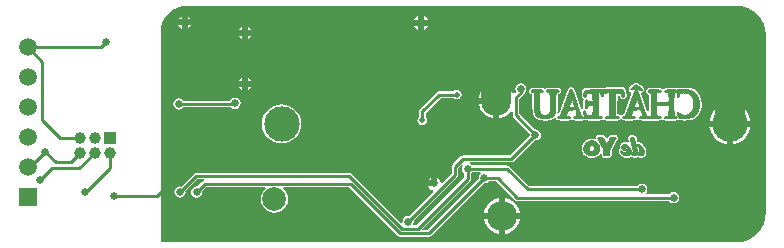
<source format=gbl>
G04 Layer_Physical_Order=2*
G04 Layer_Color=16711680*
%FSLAX25Y25*%
%MOIN*%
G70*
G01*
G75*
%ADD27C,0.01000*%
%ADD32C,0.11811*%
%ADD33C,0.07874*%
%ADD34R,0.05906X0.05906*%
%ADD35C,0.05906*%
%ADD36C,0.03937*%
%ADD37R,0.03937X0.03937*%
%ADD38C,0.02500*%
%ADD39C,0.10000*%
%ADD40C,0.03000*%
%ADD41C,0.02000*%
%ADD42C,0.00500*%
%ADD43C,0.10000*%
G36*
X343658Y178578D02*
X345513Y178015D01*
X347223Y177101D01*
X348722Y175871D01*
X349952Y174373D01*
X350866Y172663D01*
X351429Y170807D01*
X351614Y168925D01*
X351571Y168878D01*
X351571D01*
X351571Y168878D01*
Y109823D01*
X351571D01*
X351614Y109776D01*
X351429Y107893D01*
X350866Y106038D01*
X349952Y104328D01*
X348722Y102829D01*
X347223Y101600D01*
X345513Y100686D01*
X343658Y100123D01*
X341801Y99940D01*
X341728Y99980D01*
X341728D01*
D01*
D01*
X341728Y99980D01*
X150396Y99958D01*
X150042Y100311D01*
Y135700D01*
X150043Y135700D01*
Y170768D01*
X150043Y170768D01*
X150043D01*
X150039Y170772D01*
X150147Y171871D01*
X150634Y173477D01*
X151425Y174957D01*
X152490Y176254D01*
X153787Y177319D01*
X155267Y178110D01*
X156873Y178597D01*
X158463Y178754D01*
X158500Y178720D01*
Y178720D01*
X158500Y178721D01*
X341728D01*
Y178721D01*
X341776Y178763D01*
X343658Y178578D01*
D02*
G37*
%LPC*%
G36*
X340642Y146191D02*
Y140350D01*
X346482D01*
X346447Y140704D01*
X346053Y142006D01*
X345411Y143205D01*
X344548Y144257D01*
X343497Y145120D01*
X342297Y145761D01*
X340996Y146156D01*
X340642Y146191D01*
D02*
G37*
G36*
X260800Y146100D02*
X255870D01*
X255887Y145924D01*
X256230Y144793D01*
X256787Y143751D01*
X257537Y142837D01*
X258451Y142087D01*
X259493Y141530D01*
X260624Y141187D01*
X260800Y141170D01*
Y146100D01*
D02*
G37*
G36*
X301500Y135667D02*
X299900D01*
X299568Y135601D01*
X299287Y135413D01*
X299099Y135132D01*
X299085Y135060D01*
X298999Y134932D01*
X298985Y134860D01*
X298899Y134732D01*
X298885Y134660D01*
X298850Y134608D01*
X298350D01*
X298315Y134660D01*
X298301Y134732D01*
X298215Y134860D01*
X298201Y134932D01*
X298013Y135213D01*
X297953Y135253D01*
X297913Y135313D01*
X297853Y135353D01*
X297813Y135413D01*
X297532Y135601D01*
X297200Y135667D01*
X295700D01*
X295368Y135601D01*
X295087Y135413D01*
X294899Y135132D01*
X294833Y134800D01*
X294843Y134750D01*
X294833Y134700D01*
X294841Y134663D01*
X294487Y134309D01*
X294200Y134367D01*
X293000D01*
X292668Y134301D01*
X292617Y134267D01*
X292600D01*
X292268Y134201D01*
X292140Y134115D01*
X292068Y134101D01*
X291940Y134015D01*
X291868Y134001D01*
X291740Y133915D01*
X291668Y133901D01*
X291387Y133713D01*
X291347Y133653D01*
X291287Y133613D01*
X291247Y133553D01*
X291187Y133513D01*
X291147Y133453D01*
X291087Y133413D01*
X291047Y133353D01*
X290987Y133313D01*
X290947Y133253D01*
X290887Y133213D01*
X290699Y132932D01*
X290685Y132860D01*
X290599Y132732D01*
X290585Y132660D01*
X290499Y132532D01*
X290485Y132460D01*
X290399Y132332D01*
X290333Y132000D01*
X290336Y131987D01*
X290299Y131932D01*
X290233Y131600D01*
X290243Y131550D01*
X290233Y131500D01*
X290243Y131450D01*
X290233Y131400D01*
X290243Y131350D01*
X290233Y131300D01*
X290243Y131250D01*
X290233Y131200D01*
X290243Y131150D01*
X290233Y131100D01*
X290243Y131050D01*
X290233Y131000D01*
X290243Y130950D01*
X290233Y130900D01*
X290243Y130850D01*
X290233Y130800D01*
X290299Y130468D01*
X290336Y130413D01*
X290333Y130400D01*
X290399Y130068D01*
X290485Y129940D01*
X290499Y129868D01*
X290585Y129740D01*
X290599Y129668D01*
X290787Y129387D01*
X290797Y129381D01*
X290799Y129368D01*
X290987Y129087D01*
X291047Y129047D01*
X291087Y128987D01*
X291147Y128947D01*
X291187Y128887D01*
X291468Y128699D01*
X291481Y128697D01*
X291487Y128687D01*
X291768Y128499D01*
X291840Y128485D01*
X291968Y128399D01*
X292040Y128385D01*
X292168Y128299D01*
X292382Y128257D01*
X292468Y128199D01*
X292800Y128133D01*
X292917D01*
X292968Y128099D01*
X293300Y128033D01*
X293900D01*
X294232Y128099D01*
X294283Y128133D01*
X294400D01*
X294732Y128199D01*
X294818Y128257D01*
X295032Y128299D01*
X295160Y128385D01*
X295232Y128399D01*
X295360Y128485D01*
X295432Y128499D01*
X295560Y128585D01*
X295632Y128599D01*
X295913Y128787D01*
X295953Y128847D01*
X296013Y128887D01*
X296053Y128947D01*
X296113Y128987D01*
X296153Y129047D01*
X296213Y129087D01*
X296401Y129368D01*
Y129368D01*
X296423Y129402D01*
D01*
X296933Y129300D01*
X296943Y129250D01*
X296933Y129200D01*
X296943Y129150D01*
X296933Y129100D01*
X296943Y129050D01*
X296933Y129000D01*
X296999Y128668D01*
X297187Y128387D01*
X297468Y128199D01*
X297800Y128133D01*
X299300D01*
X299632Y128199D01*
X299913Y128387D01*
X299953Y128447D01*
X300013Y128487D01*
X300201Y128768D01*
X300267Y129100D01*
X300201Y129432D01*
X300164Y129487D01*
X300167Y129500D01*
X300157Y129550D01*
X300167Y129600D01*
X300157Y129650D01*
X300167Y129700D01*
X300157Y129750D01*
X300167Y129800D01*
X300157Y129850D01*
X300167Y129900D01*
X300157Y129950D01*
X300167Y130000D01*
X300157Y130050D01*
X300167Y130100D01*
X300157Y130150D01*
X300167Y130200D01*
X300157Y130250D01*
X300167Y130300D01*
X300157Y130350D01*
X300167Y130400D01*
X300157Y130450D01*
X300167Y130500D01*
X300164Y130513D01*
X300201Y130568D01*
X300203Y130581D01*
X300213Y130587D01*
X300401Y130868D01*
X300415Y130940D01*
X300501Y131068D01*
X300515Y131140D01*
X300601Y131268D01*
X300615Y131340D01*
X300701Y131468D01*
X300715Y131540D01*
X300801Y131668D01*
X300803Y131681D01*
X300813Y131687D01*
X301001Y131968D01*
X301015Y132040D01*
X301101Y132168D01*
X301115Y132240D01*
X301201Y132368D01*
X301215Y132440D01*
X301301Y132568D01*
X301315Y132640D01*
X301401Y132768D01*
X301415Y132840D01*
X301501Y132968D01*
X301503Y132981D01*
X301513Y132987D01*
X301701Y133268D01*
X301715Y133340D01*
X301801Y133468D01*
X301815Y133540D01*
X301901Y133668D01*
X301915Y133740D01*
X302001Y133868D01*
X302015Y133940D01*
X302101Y134068D01*
X302103Y134081D01*
X302113Y134087D01*
X302301Y134368D01*
X302367Y134700D01*
X302357Y134750D01*
X302367Y134800D01*
X302301Y135132D01*
X302113Y135413D01*
X301832Y135601D01*
X301500Y135667D01*
D02*
G37*
G36*
X338642Y146191D02*
X338288Y146156D01*
X336986Y145761D01*
X335787Y145120D01*
X334735Y144257D01*
X333872Y143205D01*
X333231Y142006D01*
X332836Y140704D01*
X332801Y140350D01*
X338642D01*
Y146191D01*
D02*
G37*
G36*
X260800Y153031D02*
X260624Y153013D01*
X259493Y152670D01*
X258451Y152113D01*
X257537Y151363D01*
X256787Y150450D01*
X256230Y149407D01*
X255887Y148276D01*
X255870Y148100D01*
X260800D01*
Y153031D01*
D02*
G37*
G36*
X262800D02*
Y147100D01*
Y141170D01*
X262976Y141187D01*
X264107Y141530D01*
X265149Y142087D01*
X266063Y142837D01*
X266708Y143622D01*
X267179Y143454D01*
Y142200D01*
X267178Y142200D01*
X267264Y141771D01*
X267507Y141407D01*
X272964Y135950D01*
X272914Y135700D01*
X272964Y135450D01*
X266335Y128822D01*
X250600D01*
X250600Y128822D01*
X250171Y128736D01*
X249807Y128493D01*
X249807Y128493D01*
X247207Y125893D01*
X246964Y125529D01*
X246878Y125100D01*
X246879Y125100D01*
Y122865D01*
X243706Y119692D01*
X243227Y119837D01*
X243120Y120378D01*
X242622Y121122D01*
X242000Y121538D01*
Y119500D01*
X241000D01*
Y118500D01*
X238962D01*
X239378Y117878D01*
X240122Y117380D01*
X240663Y117273D01*
X240808Y116794D01*
X232650Y108636D01*
X232400Y108686D01*
X231678Y108543D01*
X231066Y108134D01*
X230657Y107522D01*
X230514Y106800D01*
X230576Y106487D01*
X230135Y106251D01*
X213593Y122793D01*
X213229Y123036D01*
X212800Y123122D01*
X212800Y123122D01*
X161700D01*
X161271Y123036D01*
X160907Y122793D01*
X160907Y122793D01*
X156550Y118436D01*
X156300Y118486D01*
X155578Y118343D01*
X154966Y117934D01*
X154557Y117322D01*
X154414Y116600D01*
X154557Y115878D01*
X154966Y115266D01*
X155578Y114857D01*
X156300Y114714D01*
X157022Y114857D01*
X157634Y115266D01*
X158043Y115878D01*
X158186Y116600D01*
X158136Y116850D01*
X162165Y120878D01*
X164212D01*
X164261Y120381D01*
X164079Y120345D01*
X163716Y120102D01*
X163716Y120102D01*
X162100Y118486D01*
X161850Y118536D01*
X161128Y118393D01*
X160516Y117984D01*
X160107Y117372D01*
X159964Y116650D01*
X160107Y115928D01*
X160516Y115316D01*
X161128Y114907D01*
X161850Y114764D01*
X162572Y114907D01*
X163184Y115316D01*
X163593Y115928D01*
X163736Y116650D01*
X163686Y116900D01*
X164973Y118187D01*
X184683D01*
X184844Y117714D01*
X184575Y117507D01*
X183848Y116560D01*
X183391Y115456D01*
X183235Y114272D01*
X183391Y113087D01*
X183848Y111984D01*
X184575Y111036D01*
X185523Y110309D01*
X186627Y109851D01*
X187811Y109695D01*
X188995Y109851D01*
X190099Y110309D01*
X191047Y111036D01*
X191774Y111984D01*
X192231Y113087D01*
X192387Y114272D01*
X192231Y115456D01*
X191774Y116560D01*
X191047Y117507D01*
X190778Y117714D01*
X190939Y118187D01*
X212764D01*
X228894Y102057D01*
X229258Y101814D01*
X229687Y101728D01*
X229687Y101728D01*
X239250D01*
X239250Y101728D01*
X239679Y101814D01*
X240043Y102057D01*
X257550Y119564D01*
X257800Y119514D01*
X258522Y119657D01*
X259134Y120066D01*
X259276Y120278D01*
X261735D01*
X268007Y114007D01*
X268371Y113764D01*
X268800Y113678D01*
X268800Y113678D01*
X319341D01*
X319516Y113416D01*
X320128Y113007D01*
X320850Y112864D01*
X321572Y113007D01*
X322184Y113416D01*
X322593Y114028D01*
X322736Y114750D01*
X322593Y115472D01*
X322184Y116084D01*
X321572Y116493D01*
X320850Y116636D01*
X320128Y116493D01*
X319516Y116084D01*
X319408Y115922D01*
X311897D01*
X311661Y116363D01*
X311939Y116778D01*
X312082Y117500D01*
X311939Y118222D01*
X311530Y118834D01*
X310918Y119243D01*
X310196Y119386D01*
X309474Y119243D01*
X308862Y118834D01*
X308720Y118622D01*
X272665D01*
X266093Y125193D01*
X265729Y125436D01*
X265300Y125522D01*
X265300Y125522D01*
X253676D01*
X253534Y125734D01*
X252986Y126100D01*
X253131Y126578D01*
X266800D01*
X266800Y126578D01*
X267229Y126664D01*
X267593Y126907D01*
X274550Y133864D01*
X274800Y133814D01*
X275522Y133957D01*
X276134Y134366D01*
X276543Y134978D01*
X276686Y135700D01*
X276543Y136422D01*
X276134Y137034D01*
X275522Y137443D01*
X274800Y137586D01*
X274550Y137536D01*
X269422Y142665D01*
Y147735D01*
X270693Y149007D01*
X270693Y149007D01*
X270936Y149371D01*
X270936Y149371D01*
D01*
D01*
D01*
X271234Y149666D01*
X271234Y149666D01*
X271234D01*
X271643Y150278D01*
X271786Y151000D01*
X271643Y151722D01*
X271234Y152334D01*
X270622Y152743D01*
X269900Y152886D01*
X269178Y152743D01*
X268566Y152334D01*
X268157Y151722D01*
X268014Y151000D01*
X268157Y150278D01*
X268275Y150101D01*
X268107Y149631D01*
X267393Y149414D01*
X267364Y149418D01*
X266813Y150450D01*
X266063Y151363D01*
X265149Y152113D01*
X264107Y152670D01*
X262976Y153013D01*
X262800Y153031D01*
D02*
G37*
G36*
X174700Y148086D02*
X173978Y147943D01*
X173366Y147534D01*
X173091Y147122D01*
X157476D01*
X157334Y147334D01*
X156722Y147743D01*
X156000Y147886D01*
X155278Y147743D01*
X154666Y147334D01*
X154257Y146722D01*
X154114Y146000D01*
X154257Y145278D01*
X154666Y144666D01*
X155278Y144257D01*
X156000Y144114D01*
X156722Y144257D01*
X157334Y144666D01*
X157476Y144878D01*
X173358D01*
X173366Y144866D01*
X173978Y144457D01*
X174700Y144314D01*
X175422Y144457D01*
X176034Y144866D01*
X176443Y145478D01*
X176586Y146200D01*
X176443Y146922D01*
X176034Y147534D01*
X175422Y147943D01*
X174700Y148086D01*
D02*
G37*
G36*
X308400Y153167D02*
X308300D01*
X307968Y153101D01*
X307687Y152913D01*
X307681Y152903D01*
X307668Y152901D01*
X307387Y152713D01*
X307347Y152653D01*
X307287Y152613D01*
X307281Y152603D01*
X307268Y152601D01*
X306987Y152413D01*
X306947Y152353D01*
X306887Y152313D01*
X306847Y152253D01*
X306787Y152213D01*
X306781Y152203D01*
X306768Y152201D01*
X306487Y152013D01*
X306447Y151953D01*
X306387Y151913D01*
X306347Y151853D01*
X306287Y151813D01*
X306247Y151753D01*
X306187Y151713D01*
X306147Y151653D01*
X306087Y151613D01*
X305899Y151332D01*
X305833Y151000D01*
X305843Y150950D01*
X305833Y150900D01*
X305899Y150568D01*
X306087Y150287D01*
X306368Y150099D01*
X306642Y150045D01*
X306834Y149583D01*
X306799Y149532D01*
X306785Y149460D01*
X306699Y149332D01*
X306657Y149118D01*
X306599Y149032D01*
X306585Y148960D01*
X306499Y148832D01*
X306457Y148618D01*
X306399Y148532D01*
X306385Y148460D01*
X306299Y148332D01*
X306257Y148118D01*
X306199Y148032D01*
X306157Y147818D01*
X306099Y147732D01*
X306057Y147518D01*
X305999Y147432D01*
X305957Y147218D01*
X305899Y147132D01*
X305885Y147060D01*
X305799Y146932D01*
X305757Y146718D01*
X305699Y146632D01*
X305657Y146418D01*
X305599Y146332D01*
X305557Y146118D01*
X305499Y146032D01*
X305457Y145818D01*
X305399Y145732D01*
X305357Y145518D01*
X305299Y145432D01*
X305285Y145360D01*
X305199Y145232D01*
X305157Y145018D01*
X305099Y144932D01*
X305057Y144718D01*
X304999Y144632D01*
X304957Y144418D01*
X304899Y144332D01*
X304885Y144260D01*
X304799Y144132D01*
X304757Y143918D01*
X304699Y143832D01*
X304657Y143618D01*
X304599Y143532D01*
X304585Y143460D01*
X304499Y143332D01*
X304457Y143118D01*
X304399Y143032D01*
X304385Y142960D01*
X304299Y142832D01*
X304285Y142760D01*
X304199Y142632D01*
X304198Y142627D01*
X304068Y142601D01*
X303940Y142515D01*
X303868Y142501D01*
X303587Y142313D01*
X303547Y142253D01*
X303487Y142213D01*
X303487Y142213D01*
Y142213D01*
X303114Y142113D01*
X303061Y142165D01*
X303061D01*
X303013Y142213D01*
X303013Y142213D01*
X303013Y142213D01*
D01*
X302732Y142401D01*
X302660Y142415D01*
X302532Y142501D01*
X302460Y142515D01*
X302332Y142601D01*
X302332Y142601D01*
X302332D01*
X302057Y142950D01*
D01*
X302067Y143000D01*
X302057Y143050D01*
X302067Y143100D01*
X302057Y143150D01*
X302067Y143200D01*
X302057Y143250D01*
X302067Y143300D01*
X302057Y143350D01*
X302067Y143400D01*
X302057Y143450D01*
X302067Y143500D01*
X302057Y143550D01*
X302067Y143600D01*
X302057Y143650D01*
X302067Y143700D01*
X302057Y143750D01*
X302067Y143800D01*
X302057Y143850D01*
X302067Y143900D01*
X302057Y143950D01*
X302067Y144000D01*
X302057Y144050D01*
X302067Y144100D01*
X302057Y144150D01*
X302067Y144200D01*
X302057Y144250D01*
X302067Y144300D01*
X302057Y144350D01*
X302067Y144400D01*
X302057Y144450D01*
X302067Y144500D01*
X302057Y144550D01*
X302067Y144600D01*
X302057Y144650D01*
X302067Y144700D01*
X302057Y144750D01*
X302067Y144800D01*
X302057Y144850D01*
X302067Y144900D01*
X302057Y144950D01*
X302067Y145000D01*
X302057Y145050D01*
X302067Y145100D01*
X302057Y145150D01*
X302067Y145200D01*
X302057Y145250D01*
X302067Y145300D01*
X302057Y145350D01*
X302067Y145400D01*
X302057Y145450D01*
X302067Y145500D01*
X302057Y145550D01*
X302067Y145600D01*
X302057Y145650D01*
X302067Y145700D01*
X302057Y145750D01*
X302067Y145800D01*
X302057Y145850D01*
X302067Y145900D01*
X302057Y145950D01*
X302067Y146000D01*
X302057Y146050D01*
X302067Y146100D01*
X302057Y146150D01*
X302067Y146200D01*
X302057Y146250D01*
X302067Y146300D01*
X302057Y146350D01*
X302067Y146400D01*
X302057Y146450D01*
X302067Y146500D01*
X302057Y146550D01*
X302067Y146600D01*
X302057Y146650D01*
X302067Y146700D01*
X302057Y146750D01*
X302067Y146800D01*
X302064Y146813D01*
X302101Y146868D01*
X302167Y147200D01*
X302157Y147250D01*
X302167Y147300D01*
X302157Y147350D01*
X302167Y147400D01*
X302157Y147450D01*
X302167Y147500D01*
X302157Y147550D01*
X302167Y147600D01*
X302157Y147650D01*
X302167Y147700D01*
X302157Y147750D01*
X302167Y147800D01*
X302157Y147850D01*
X302167Y147900D01*
X302157Y147950D01*
X302167Y148000D01*
X302157Y148050D01*
X302167Y148100D01*
X302157Y148150D01*
X302167Y148200D01*
X302157Y148250D01*
X302167Y148300D01*
X302157Y148350D01*
X302167Y148400D01*
X302157Y148450D01*
X302167Y148500D01*
X302157Y148547D01*
X302249Y148659D01*
X302644Y148737D01*
X302826Y148729D01*
X302857Y148682D01*
X302899Y148468D01*
X302985Y148340D01*
X302999Y148268D01*
X303187Y147987D01*
X303247Y147947D01*
X303287Y147887D01*
X303347Y147847D01*
X303387Y147787D01*
X303668Y147599D01*
X304000Y147533D01*
X304100D01*
X304432Y147599D01*
X304713Y147787D01*
X304753Y147847D01*
X304813Y147887D01*
X305001Y148168D01*
X305015Y148240D01*
X305101Y148368D01*
X305167Y148700D01*
X305157Y148750D01*
X305167Y148800D01*
X305157Y148850D01*
X305167Y148900D01*
X305157Y148950D01*
X305167Y149000D01*
X305157Y149050D01*
X305167Y149100D01*
X305157Y149150D01*
X305167Y149200D01*
X305101Y149532D01*
X305064Y149587D01*
X305067Y149600D01*
X305057Y149650D01*
X305067Y149700D01*
X305057Y149750D01*
X305067Y149800D01*
X305057Y149850D01*
X305067Y149900D01*
X305001Y150232D01*
X304964Y150287D01*
X304967Y150300D01*
X304957Y150350D01*
X304967Y150400D01*
X304901Y150732D01*
X304815Y150860D01*
X304801Y150932D01*
X304613Y151213D01*
X304553Y151253D01*
X304513Y151313D01*
X304232Y151501D01*
X303900Y151567D01*
X303800D01*
X303468Y151501D01*
X303417Y151467D01*
X298400D01*
X298068Y151401D01*
X298017Y151367D01*
X293000D01*
X292668Y151301D01*
X292617Y151267D01*
X291200D01*
X290868Y151201D01*
X290587Y151013D01*
X290399Y150732D01*
X290333Y150400D01*
X290343Y150350D01*
X290333Y150300D01*
X290343Y150250D01*
X290333Y150200D01*
X290336Y150187D01*
X290299Y150132D01*
X290233Y149800D01*
X290243Y149750D01*
X290233Y149700D01*
X290243Y149650D01*
X290233Y149600D01*
X290243Y149550D01*
X290233Y149500D01*
X290243Y149450D01*
X290233Y149400D01*
X290243Y149350D01*
X290233Y149300D01*
X290243Y149250D01*
X290233Y149200D01*
X290243Y149150D01*
X290233Y149100D01*
X290243Y149050D01*
X290233Y149000D01*
X290243Y148950D01*
X290233Y148900D01*
X290243Y148850D01*
X290233Y148800D01*
X290243Y148750D01*
X290233Y148700D01*
X290299Y148368D01*
X290385Y148240D01*
X290399Y148168D01*
X290587Y147887D01*
X290647Y147847D01*
X290687Y147787D01*
X290884Y147656D01*
X290799Y147432D01*
X290799Y147432D01*
X290799Y147432D01*
X290733Y147100D01*
X290743Y147050D01*
X290733Y147000D01*
X290743Y146950D01*
X290733Y146900D01*
X290743Y146850D01*
X290733Y146800D01*
X290743Y146750D01*
X290733Y146700D01*
X290743Y146650D01*
X290733Y146600D01*
X290736Y146587D01*
X290699Y146532D01*
X290633Y146200D01*
X290699Y145868D01*
X290736Y145813D01*
X290733Y145800D01*
X290743Y145750D01*
X290733Y145700D01*
X290743Y145650D01*
X290733Y145600D01*
X290743Y145550D01*
X290733Y145500D01*
X290743Y145450D01*
X290733Y145400D01*
X290743Y145350D01*
X290733Y145300D01*
X290743Y145250D01*
X290733Y145200D01*
X290743Y145150D01*
X290733Y145100D01*
X290799Y144768D01*
X290799Y144768D01*
X290799Y144768D01*
X290768Y144501D01*
X290487Y144313D01*
X290487Y144313D01*
X290043Y144318D01*
X290001Y144532D01*
X289943Y144618D01*
X289901Y144832D01*
X289843Y144918D01*
X289801Y145132D01*
X289743Y145218D01*
X289701Y145432D01*
X289643Y145518D01*
X289601Y145732D01*
X289543Y145818D01*
X289501Y146032D01*
X289443Y146118D01*
X289401Y146332D01*
X289343Y146418D01*
X289301Y146632D01*
X289243Y146718D01*
X289201Y146932D01*
X289143Y147018D01*
X289101Y147232D01*
X289043Y147318D01*
X289001Y147532D01*
X288964Y147587D01*
X288967Y147600D01*
X288901Y147932D01*
X288843Y148018D01*
X288801Y148232D01*
X288743Y148318D01*
X288701Y148532D01*
X288643Y148618D01*
X288601Y148832D01*
X288543Y148918D01*
X288501Y149132D01*
X288443Y149218D01*
X288401Y149432D01*
X288315Y149560D01*
X288301Y149632D01*
X288243Y149718D01*
X288201Y149932D01*
X288115Y150060D01*
X288101Y150132D01*
X288043Y150218D01*
X288001Y150432D01*
X287915Y150560D01*
X287901Y150632D01*
X287815Y150760D01*
X287801Y150832D01*
X287613Y151113D01*
X287553Y151153D01*
X287513Y151213D01*
X287453Y151253D01*
X287413Y151313D01*
X287132Y151501D01*
X286800Y151567D01*
X286600D01*
X286268Y151501D01*
X285987Y151313D01*
X285947Y151253D01*
X285887Y151213D01*
X285847Y151153D01*
X285787Y151113D01*
X285599Y150832D01*
X285585Y150760D01*
X285499Y150632D01*
X285457Y150418D01*
X285399Y150332D01*
X285385Y150260D01*
X285299Y150132D01*
X285257Y149918D01*
X285199Y149832D01*
X285157Y149618D01*
X285099Y149532D01*
X285085Y149460D01*
X284999Y149332D01*
X284957Y149118D01*
X284899Y149032D01*
X284857Y148818D01*
X284799Y148732D01*
X284785Y148660D01*
X284699Y148532D01*
X284657Y148318D01*
X284599Y148232D01*
X284557Y148018D01*
X284499Y147932D01*
X284457Y147718D01*
X284399Y147632D01*
X284357Y147418D01*
X284299Y147332D01*
X284285Y147260D01*
X284199Y147132D01*
X284157Y146918D01*
X284099Y146832D01*
X284057Y146618D01*
X283999Y146532D01*
X283957Y146318D01*
X283899Y146232D01*
X283857Y146018D01*
X283799Y145932D01*
X283757Y145718D01*
X283699Y145632D01*
X283685Y145560D01*
X283599Y145432D01*
X283557Y145218D01*
X283499Y145132D01*
X283457Y144918D01*
X283399Y144832D01*
X283357Y144618D01*
X283299Y144532D01*
X283285Y144460D01*
X283199Y144332D01*
X283157Y144118D01*
X283099Y144032D01*
X283085Y143960D01*
X282999Y143832D01*
X282957Y143618D01*
X282899Y143532D01*
X282885Y143460D01*
X282799Y143332D01*
X282785Y143260D01*
X282699Y143132D01*
X282689Y143078D01*
X282457Y142982D01*
X282170Y142925D01*
X282048Y143006D01*
X282048Y143007D01*
X282067Y143100D01*
X282064Y143114D01*
X282101Y143368D01*
D01*
X282167Y143700D01*
X282157Y143750D01*
X282167Y143800D01*
X282157Y143850D01*
X282167Y143900D01*
X282157Y143950D01*
X282167Y144000D01*
X282157Y144050D01*
X282167Y144100D01*
X282157Y144150D01*
X282167Y144200D01*
X282157Y144250D01*
X282167Y144300D01*
X282157Y144350D01*
X282167Y144400D01*
X282157Y144450D01*
X282167Y144500D01*
X282157Y144550D01*
X282167Y144600D01*
X282157Y144650D01*
X282167Y144700D01*
X282157Y144750D01*
X282167Y144800D01*
X282157Y144850D01*
X282167Y144900D01*
X282157Y144950D01*
X282167Y145000D01*
X282157Y145050D01*
X282167Y145100D01*
X282157Y145150D01*
X282167Y145200D01*
X282157Y145250D01*
X282167Y145300D01*
X282157Y145350D01*
X282167Y145400D01*
X282157Y145450D01*
X282167Y145500D01*
X282157Y145550D01*
X282167Y145600D01*
X282157Y145650D01*
X282167Y145700D01*
X282157Y145750D01*
X282167Y145800D01*
X282157Y145850D01*
X282167Y145900D01*
X282157Y145950D01*
X282167Y146000D01*
X282157Y146050D01*
X282167Y146100D01*
X282157Y146150D01*
X282167Y146200D01*
X282157Y146250D01*
X282167Y146300D01*
X282157Y146350D01*
X282167Y146400D01*
X282157Y146450D01*
X282167Y146500D01*
X282157Y146550D01*
X282167Y146600D01*
X282157Y146650D01*
X282167Y146700D01*
X282157Y146750D01*
X282167Y146800D01*
X282157Y146850D01*
X282167Y146900D01*
X282157Y146950D01*
X282167Y147000D01*
X282157Y147050D01*
X282167Y147100D01*
X282157Y147150D01*
X282167Y147200D01*
X282157Y147250D01*
X282167Y147300D01*
X282157Y147350D01*
X282167Y147400D01*
X282157Y147450D01*
X282167Y147500D01*
X282157Y147550D01*
X282167Y147600D01*
X282164Y147613D01*
X282201Y147668D01*
X282267Y148000D01*
X282257Y148050D01*
X282267Y148100D01*
X282257Y148150D01*
X282267Y148200D01*
X282257Y148250D01*
X282267Y148300D01*
X282257Y148350D01*
X282267Y148400D01*
X282257Y148450D01*
X282267Y148500D01*
X282257Y148550D01*
X282267Y148600D01*
X282257Y148650D01*
X282267Y148700D01*
X282257Y148750D01*
X282267Y148800D01*
X282257Y148850D01*
X282267Y148900D01*
X282267Y148900D01*
X282267Y148900D01*
X282300Y149068D01*
X282301Y149068D01*
X282334Y149235D01*
X282335Y149240D01*
D01*
X282335Y149240D01*
X282632Y149299D01*
X282760Y149385D01*
X282832Y149399D01*
X283113Y149587D01*
X283153Y149647D01*
X283213Y149687D01*
X283401Y149968D01*
X283467Y150300D01*
X283457Y150350D01*
X283467Y150400D01*
X283401Y150732D01*
X283213Y151013D01*
X282932Y151201D01*
X282718Y151243D01*
X282632Y151301D01*
X282300Y151367D01*
X278800D01*
X278468Y151301D01*
X278382Y151243D01*
X278168Y151201D01*
X277950Y151055D01*
X277732Y151201D01*
X277518Y151243D01*
X277432Y151301D01*
X277100Y151367D01*
X273800D01*
X273468Y151301D01*
X273382Y151243D01*
X273168Y151201D01*
X272887Y151013D01*
X272699Y150732D01*
X272633Y150400D01*
X272643Y150350D01*
X272633Y150300D01*
X272699Y149968D01*
X272887Y149687D01*
X272947Y149647D01*
X272987Y149587D01*
X273268Y149399D01*
X273340Y149385D01*
X273468Y149299D01*
X273640Y149265D01*
X273640Y149265D01*
X273633Y149200D01*
D01*
X273633Y149200D01*
X273633D01*
X273699Y148868D01*
X273736Y148813D01*
X273733Y148800D01*
X273743Y148750D01*
X273733Y148700D01*
X273743Y148650D01*
X273733Y148600D01*
X273743Y148550D01*
X273733Y148500D01*
X273743Y148450D01*
X273733Y148400D01*
X273743Y148350D01*
X273733Y148300D01*
X273743Y148250D01*
X273733Y148200D01*
X273743Y148150D01*
X273733Y148100D01*
X273743Y148050D01*
X273733Y148000D01*
X273743Y147950D01*
X273733Y147900D01*
X273743Y147850D01*
X273733Y147800D01*
X273743Y147750D01*
X273733Y147700D01*
X273743Y147650D01*
X273733Y147600D01*
X273743Y147550D01*
X273733Y147500D01*
X273743Y147450D01*
X273733Y147400D01*
X273743Y147350D01*
X273733Y147300D01*
X273743Y147250D01*
X273733Y147200D01*
X273743Y147150D01*
X273733Y147100D01*
X273743Y147050D01*
X273733Y147000D01*
X273743Y146950D01*
X273733Y146900D01*
X273743Y146850D01*
X273733Y146800D01*
X273743Y146750D01*
X273733Y146700D01*
X273743Y146650D01*
X273733Y146600D01*
X273743Y146550D01*
X273733Y146500D01*
X273743Y146450D01*
X273733Y146400D01*
X273743Y146350D01*
X273733Y146300D01*
X273743Y146250D01*
X273733Y146200D01*
X273743Y146150D01*
X273733Y146100D01*
X273743Y146050D01*
X273733Y146000D01*
X273743Y145950D01*
X273733Y145900D01*
X273743Y145850D01*
X273733Y145800D01*
X273743Y145750D01*
X273733Y145700D01*
X273743Y145650D01*
X273733Y145600D01*
X273743Y145550D01*
X273733Y145500D01*
X273743Y145450D01*
X273733Y145400D01*
X273743Y145350D01*
X273733Y145300D01*
X273743Y145250D01*
X273733Y145200D01*
X273743Y145150D01*
X273733Y145100D01*
X273743Y145050D01*
X273733Y145000D01*
X273743Y144950D01*
X273733Y144900D01*
X273743Y144850D01*
X273733Y144800D01*
X273743Y144750D01*
X273733Y144700D01*
X273743Y144650D01*
X273733Y144600D01*
X273799Y144268D01*
X273836Y144213D01*
X273833Y144200D01*
X273843Y144150D01*
X273833Y144100D01*
X273843Y144050D01*
X273833Y144000D01*
X273843Y143950D01*
X273833Y143900D01*
X273843Y143850D01*
X273833Y143800D01*
X273843Y143750D01*
X273833Y143700D01*
X273899Y143368D01*
X273936Y143313D01*
X273933Y143300D01*
X273943Y143250D01*
X273933Y143200D01*
X273999Y142868D01*
X274036Y142813D01*
X274033Y142800D01*
X274099Y142468D01*
X274185Y142340D01*
X274199Y142268D01*
X274285Y142140D01*
X274299Y142068D01*
X274385Y141940D01*
X274399Y141868D01*
X274587Y141587D01*
X274647Y141547D01*
X274687Y141487D01*
X274747Y141447D01*
X274787Y141387D01*
X274847Y141347D01*
X274887Y141287D01*
X275168Y141099D01*
X275181Y141097D01*
X275187Y141087D01*
X275468Y140899D01*
X275682Y140857D01*
X275768Y140799D01*
X275982Y140757D01*
X276068Y140699D01*
X276400Y140633D01*
X276417D01*
X276468Y140599D01*
X276800Y140533D01*
X277317D01*
X277368Y140499D01*
X277700Y140433D01*
X278600D01*
X278932Y140499D01*
X278983Y140533D01*
X279400D01*
X279732Y140599D01*
X279818Y140657D01*
X280032Y140699D01*
X280160Y140785D01*
X280232Y140799D01*
X280360Y140885D01*
X280432Y140899D01*
X280560Y140985D01*
X280632Y140999D01*
X280913Y141187D01*
X280913Y141187D01*
X280931Y141199D01*
X280932Y141199D01*
D01*
X281437Y141172D01*
X281506Y141158D01*
X281687Y140887D01*
X281968Y140699D01*
X282182Y140657D01*
X282268Y140599D01*
X282600Y140533D01*
X282917D01*
X282968Y140499D01*
X283300Y140433D01*
X285800D01*
X286132Y140499D01*
X286183Y140533D01*
X286200D01*
X286532Y140599D01*
X286813Y140787D01*
X286813Y140787D01*
Y140787D01*
X287186Y140887D01*
D01*
X287239Y140835D01*
X287239D01*
X287287Y140787D01*
X287287Y140787D01*
X287287Y140787D01*
D01*
X287568Y140599D01*
X287782Y140557D01*
X287868Y140499D01*
X288200Y140433D01*
X290400D01*
X290732Y140499D01*
X290818Y140557D01*
X290950Y140583D01*
X291200Y140533D01*
X292217D01*
X292268Y140499D01*
X292600Y140433D01*
X296000D01*
X296332Y140499D01*
X296383Y140533D01*
X296800D01*
X297132Y140599D01*
X297413Y140787D01*
X297453Y140847D01*
X297453Y140847D01*
Y140847D01*
X297787Y140787D01*
X297787Y140787D01*
Y140787D01*
X298068Y140599D01*
X298400Y140533D01*
X298417D01*
X298468Y140499D01*
X298800Y140433D01*
X302100D01*
X302432Y140499D01*
X302518Y140557D01*
X302732Y140599D01*
X303013Y140787D01*
X303050Y140843D01*
D01*
X303050Y140843D01*
Y140843D01*
X303550D01*
X303550Y140843D01*
Y140843D01*
D01*
X303587Y140787D01*
X303868Y140599D01*
X304200Y140533D01*
X304517D01*
X304568Y140499D01*
X304900Y140433D01*
X306900D01*
X307232Y140499D01*
X307283Y140533D01*
X307800D01*
X308132Y140599D01*
X308260Y140685D01*
X308332Y140699D01*
X308613Y140887D01*
X308887D01*
X309168Y140699D01*
X309382Y140657D01*
X309468Y140599D01*
X309800Y140533D01*
X310317D01*
X310368Y140499D01*
X310700Y140433D01*
X315600D01*
X315932Y140499D01*
X315983Y140533D01*
X316300D01*
X316632Y140599D01*
X316760Y140685D01*
X316832Y140699D01*
X317113Y140887D01*
X317113D01*
X317113D01*
X317113Y140887D01*
Y140887D01*
X317113D01*
X317487Y140787D01*
D01*
X317768Y140599D01*
X317982Y140557D01*
X318068Y140499D01*
X318400Y140433D01*
X321200D01*
X321532Y140499D01*
X321583Y140533D01*
X321800D01*
X322132Y140599D01*
X322413Y140787D01*
X322413D01*
Y140787D01*
X322431Y140791D01*
X322568Y140699D01*
X322640Y140685D01*
X322768Y140599D01*
X323100Y140533D01*
X323917D01*
X323968Y140499D01*
X324300Y140433D01*
X324800D01*
X325132Y140499D01*
X325183Y140533D01*
X326100D01*
X326432Y140599D01*
X326483Y140633D01*
X326600D01*
X326932Y140699D01*
X327018Y140757D01*
X327232Y140799D01*
X327360Y140885D01*
X327432Y140899D01*
X327560Y140985D01*
X327632Y140999D01*
X327913Y141187D01*
X327919Y141197D01*
X327932Y141199D01*
X328213Y141387D01*
X328253Y141447D01*
X328313Y141487D01*
X328353Y141547D01*
X328413Y141587D01*
X328453Y141647D01*
X328513Y141687D01*
X328553Y141747D01*
X328613Y141787D01*
X328653Y141847D01*
X328713Y141887D01*
X328753Y141947D01*
X328813Y141987D01*
X328853Y142047D01*
X328913Y142087D01*
X328953Y142147D01*
X329013Y142187D01*
X329201Y142468D01*
X329203Y142481D01*
X329213Y142487D01*
X329401Y142768D01*
X329415Y142840D01*
X329501Y142968D01*
X329515Y143040D01*
X329601Y143168D01*
X329615Y143240D01*
X329701Y143368D01*
X329715Y143440D01*
X329801Y143568D01*
X329843Y143782D01*
X329901Y143868D01*
X329967Y144200D01*
X329964Y144213D01*
X330001Y144268D01*
X330067Y144600D01*
X330057Y144650D01*
X330067Y144700D01*
X330064Y144713D01*
X330101Y144768D01*
X330167Y145100D01*
X330157Y145150D01*
X330167Y145200D01*
X330157Y145250D01*
X330167Y145300D01*
X330157Y145350D01*
X330167Y145400D01*
X330157Y145450D01*
X330167Y145500D01*
X330157Y145550D01*
X330167Y145600D01*
X330157Y145650D01*
X330167Y145700D01*
X330157Y145750D01*
X330167Y145800D01*
X330157Y145850D01*
X330167Y145900D01*
X330157Y145950D01*
X330167Y146000D01*
X330157Y146050D01*
X330167Y146100D01*
X330157Y146150D01*
X330167Y146200D01*
X330157Y146250D01*
X330167Y146300D01*
X330157Y146350D01*
X330167Y146400D01*
X330157Y146450D01*
X330167Y146500D01*
X330157Y146550D01*
X330167Y146600D01*
X330157Y146650D01*
X330167Y146700D01*
X330157Y146750D01*
X330167Y146800D01*
X330101Y147132D01*
X330064Y147187D01*
X330067Y147200D01*
X330057Y147250D01*
X330067Y147300D01*
X330001Y147632D01*
X329943Y147718D01*
X329901Y147932D01*
X329843Y148018D01*
X329801Y148232D01*
X329743Y148318D01*
X329701Y148532D01*
X329615Y148660D01*
X329601Y148732D01*
X329515Y148860D01*
X329501Y148932D01*
X329415Y149060D01*
X329401Y149132D01*
X329315Y149260D01*
X329301Y149332D01*
X329113Y149613D01*
X329103Y149619D01*
X329101Y149632D01*
X328913Y149913D01*
X328853Y149953D01*
X328813Y150013D01*
X328753Y150053D01*
X328713Y150113D01*
X328653Y150153D01*
X328613Y150213D01*
X328553Y150253D01*
X328513Y150313D01*
X328453Y150353D01*
X328413Y150413D01*
X328353Y150453D01*
X328313Y150513D01*
X328032Y150701D01*
X327960Y150715D01*
X327832Y150801D01*
X327760Y150815D01*
X327632Y150901D01*
X327560Y150915D01*
X327432Y151001D01*
X327360Y151015D01*
X327232Y151101D01*
X326900Y151167D01*
X326883D01*
X326832Y151201D01*
X326500Y151267D01*
X326383D01*
X326332Y151301D01*
X326000Y151367D01*
X322100D01*
X321800Y151307D01*
X321500Y151367D01*
X318500D01*
X318168Y151301D01*
X318082Y151243D01*
X317868Y151201D01*
X317587Y151013D01*
X317550Y150957D01*
D01*
X317550Y150957D01*
Y150957D01*
X317050D01*
X317050Y150957D01*
Y150957D01*
D01*
X317013Y151013D01*
X316732Y151201D01*
X316400Y151267D01*
X316383D01*
X316332Y151301D01*
X316000Y151367D01*
X312800D01*
X312468Y151301D01*
X312382Y151243D01*
X312168Y151201D01*
X311887Y151013D01*
X311699Y150732D01*
X311633Y150400D01*
X311643Y150350D01*
X311633Y150300D01*
X311699Y149968D01*
X311887Y149687D01*
X311947Y149647D01*
X311987Y149587D01*
X312268Y149399D01*
X312340Y149385D01*
X312468Y149299D01*
X312468Y149299D01*
X312468D01*
X312643Y149050D01*
X312633Y149000D01*
X312643Y148950D01*
X312633Y148900D01*
X312643Y148850D01*
X312633Y148800D01*
X312643Y148750D01*
X312633Y148700D01*
X312643Y148650D01*
X312633Y148600D01*
X312643Y148550D01*
X312633Y148500D01*
X312643Y148450D01*
X312633Y148400D01*
X312643Y148350D01*
X312633Y148300D01*
X312643Y148250D01*
X312633Y148200D01*
X312643Y148150D01*
X312633Y148100D01*
X312643Y148050D01*
X312633Y148000D01*
X312643Y147950D01*
X312633Y147900D01*
X312643Y147850D01*
X312633Y147800D01*
X312643Y147750D01*
X312633Y147700D01*
X312643Y147650D01*
X312633Y147600D01*
X312643Y147550D01*
X312633Y147500D01*
X312643Y147450D01*
X312633Y147400D01*
X312643Y147350D01*
X312633Y147300D01*
X312643Y147250D01*
X312633Y147200D01*
X312643Y147150D01*
X312633Y147100D01*
X312643Y147050D01*
X312633Y147000D01*
X312643Y146950D01*
X312633Y146900D01*
X312643Y146850D01*
X312633Y146800D01*
X312643Y146750D01*
X312633Y146700D01*
X312643Y146650D01*
X312633Y146600D01*
X312643Y146550D01*
X312633Y146500D01*
X312643Y146450D01*
X312633Y146400D01*
X312643Y146350D01*
X312633Y146300D01*
X312643Y146250D01*
X312633Y146200D01*
X312643Y146150D01*
X312633Y146100D01*
X312643Y146050D01*
X312633Y146000D01*
X312643Y145950D01*
X312633Y145900D01*
X312643Y145850D01*
X312633Y145800D01*
X312643Y145750D01*
X312633Y145700D01*
X312643Y145650D01*
X312633Y145600D01*
X312643Y145550D01*
X312633Y145500D01*
X312643Y145450D01*
X312633Y145400D01*
X312643Y145350D01*
X312633Y145300D01*
X312643Y145250D01*
X312633Y145200D01*
X312643Y145150D01*
X312633Y145100D01*
X312643Y145050D01*
X312633Y145000D01*
X312643Y144950D01*
X312633Y144900D01*
X312643Y144850D01*
X312633Y144800D01*
X312643Y144750D01*
X312633Y144700D01*
X312643Y144650D01*
X312633Y144600D01*
X312643Y144550D01*
X312633Y144500D01*
X312643Y144450D01*
X312633Y144400D01*
X312643Y144350D01*
X312633Y144300D01*
X312643Y144250D01*
X312633Y144200D01*
X312643Y144150D01*
X312633Y144100D01*
X312643Y144050D01*
X312633Y144000D01*
X312643Y143950D01*
X312633Y143900D01*
X312639Y143873D01*
X312361Y143457D01*
X312145Y143414D01*
X312115Y143460D01*
X312101Y143532D01*
X312015Y143660D01*
X312001Y143732D01*
X311943Y143818D01*
X311901Y144032D01*
X311843Y144118D01*
X311801Y144332D01*
X311715Y144460D01*
X311701Y144532D01*
X311643Y144618D01*
X311601Y144832D01*
X311543Y144918D01*
X311501Y145132D01*
X311443Y145218D01*
X311401Y145432D01*
X311343Y145518D01*
X311301Y145732D01*
X311243Y145818D01*
X311201Y146032D01*
X311143Y146118D01*
X311101Y146332D01*
X311043Y146418D01*
X311001Y146632D01*
X310943Y146718D01*
X310901Y146932D01*
X310843Y147018D01*
X310801Y147232D01*
X310743Y147318D01*
X310701Y147532D01*
X310643Y147618D01*
X310601Y147832D01*
X310543Y147918D01*
X310501Y148132D01*
X310443Y148218D01*
X310401Y148432D01*
X310343Y148518D01*
X310301Y148732D01*
X310243Y148818D01*
X310201Y149032D01*
X310143Y149118D01*
X310101Y149332D01*
X310015Y149460D01*
X310001Y149532D01*
X309943Y149618D01*
X310200Y149933D01*
X310200D01*
D01*
X310532Y149999D01*
X310813Y150187D01*
X311001Y150468D01*
X311067Y150800D01*
X311057Y150850D01*
X311067Y150900D01*
X311001Y151232D01*
X310813Y151513D01*
X310753Y151553D01*
X310713Y151613D01*
X310653Y151653D01*
X310613Y151713D01*
X310553Y151753D01*
X310513Y151813D01*
X310453Y151853D01*
X310413Y151913D01*
X310132Y152101D01*
X310119Y152103D01*
X310113Y152113D01*
X309832Y152301D01*
X309819Y152303D01*
X309813Y152313D01*
X309753Y152353D01*
X309713Y152413D01*
X309432Y152601D01*
X309419Y152603D01*
X309413Y152613D01*
X309132Y152801D01*
X309119Y152803D01*
X309113Y152813D01*
X309053Y152853D01*
X309013Y152913D01*
X308732Y153101D01*
X308400Y153167D01*
D02*
G37*
G36*
X306800Y135667D02*
X306600D01*
X306268Y135601D01*
X305987Y135413D01*
X305799Y135132D01*
X305733Y134800D01*
X305743Y134750D01*
X305733Y134700D01*
X305743Y134650D01*
X305733Y134600D01*
X305743Y134550D01*
X305733Y134500D01*
X305743Y134450D01*
X305733Y134400D01*
X305799Y134068D01*
X305836Y134013D01*
X305833Y134000D01*
X305899Y133668D01*
X305936Y133613D01*
X305933Y133600D01*
X305941Y133563D01*
X305689Y133187D01*
X305332Y133201D01*
D01*
X305000Y133267D01*
X304200D01*
X303868Y133201D01*
X303740Y133115D01*
X303668Y133101D01*
X303387Y132913D01*
X303347Y132853D01*
X303287Y132813D01*
X303247Y132753D01*
X303187Y132713D01*
X302999Y132432D01*
X302957Y132218D01*
X302899Y132132D01*
X302833Y131800D01*
X302843Y131750D01*
X302833Y131700D01*
X302843Y131650D01*
X302833Y131600D01*
X302899Y131268D01*
X302985Y131140D01*
X302999Y131068D01*
X302999Y131068D01*
X302999Y131068D01*
X302996Y131052D01*
X302787Y130913D01*
X302599Y130632D01*
X302533Y130300D01*
X302543Y130250D01*
X302533Y130200D01*
X302543Y130150D01*
X302533Y130100D01*
X302543Y130050D01*
X302533Y130000D01*
X302543Y129950D01*
X302533Y129900D01*
X302599Y129568D01*
X302787Y129287D01*
X302847Y129247D01*
X302887Y129187D01*
X302947Y129147D01*
X302987Y129087D01*
X303047Y129047D01*
X303087Y128987D01*
X303147Y128947D01*
X303187Y128887D01*
X303247Y128847D01*
X303287Y128787D01*
X303568Y128599D01*
X303581Y128597D01*
X303587Y128587D01*
X303868Y128399D01*
X303940Y128385D01*
X304068Y128299D01*
X304140Y128285D01*
X304268Y128199D01*
X304340Y128185D01*
X304468Y128099D01*
X304800Y128033D01*
X305700D01*
X306032Y128099D01*
X306160Y128185D01*
X306232Y128199D01*
X306360Y128285D01*
X306432Y128299D01*
X306700Y128479D01*
X306968Y128299D01*
X307040Y128285D01*
X307168Y128199D01*
X307240Y128185D01*
X307368Y128099D01*
X307700Y128033D01*
X308200D01*
X308532Y128099D01*
X308813Y128287D01*
X308853Y128347D01*
X308900Y128379D01*
X309168Y128199D01*
X309240Y128185D01*
X309368Y128099D01*
X309700Y128033D01*
X310300D01*
X310632Y128099D01*
X310760Y128185D01*
X310832Y128199D01*
X311113Y128387D01*
X311153Y128447D01*
X311213Y128487D01*
X311253Y128547D01*
X311313Y128587D01*
X311501Y128868D01*
X311515Y128940D01*
X311601Y129068D01*
X311615Y129140D01*
X311701Y129268D01*
X311767Y129600D01*
X311757Y129650D01*
X311767Y129700D01*
X311757Y129750D01*
X311767Y129800D01*
X311757Y129850D01*
X311767Y129900D01*
X311757Y129950D01*
X311767Y130000D01*
X311757Y130050D01*
X311767Y130100D01*
X311757Y130150D01*
X311767Y130200D01*
X311757Y130250D01*
X311767Y130300D01*
X311757Y130350D01*
X311767Y130400D01*
X311757Y130450D01*
X311767Y130500D01*
X311757Y130550D01*
X311767Y130600D01*
X311701Y130932D01*
X311643Y131018D01*
X311601Y131232D01*
X311515Y131360D01*
X311501Y131432D01*
X311313Y131713D01*
X311303Y131719D01*
X311301Y131732D01*
X311113Y132013D01*
X311053Y132053D01*
X311013Y132113D01*
X311003Y132119D01*
X311001Y132132D01*
X310813Y132413D01*
X310753Y132453D01*
X310713Y132513D01*
X310432Y132701D01*
X310419Y132703D01*
X310413Y132713D01*
X310353Y132753D01*
X310313Y132813D01*
X310032Y133001D01*
X309960Y133015D01*
X309832Y133101D01*
X309760Y133115D01*
X309632Y133201D01*
X309300Y133267D01*
X308914D01*
X308914Y133267D01*
X308901Y133332D01*
X308880Y133363D01*
X308867Y133400D01*
X308867Y133400D01*
X308867D01*
X308801Y133732D01*
X308764Y133787D01*
X308767Y133800D01*
X308701Y134132D01*
X308664Y134187D01*
X308667Y134200D01*
X308601Y134532D01*
X308564Y134587D01*
X308567Y134600D01*
X308501Y134932D01*
X308313Y135213D01*
X308032Y135401D01*
X307818Y135443D01*
X307732Y135501D01*
X307400Y135567D01*
X307183D01*
X307132Y135601D01*
X306800Y135667D01*
D02*
G37*
G36*
X262700Y114630D02*
X262524Y114613D01*
X261393Y114270D01*
X260350Y113713D01*
X259437Y112963D01*
X258687Y112049D01*
X258130Y111007D01*
X257787Y109876D01*
X257769Y109700D01*
X262700D01*
Y114630D01*
D02*
G37*
G36*
X264700D02*
Y109700D01*
X269631D01*
X269613Y109876D01*
X269270Y111007D01*
X268713Y112049D01*
X267963Y112963D01*
X267050Y113713D01*
X266007Y114270D01*
X264876Y114613D01*
X264700Y114630D01*
D02*
G37*
G36*
X262700Y107700D02*
X257769D01*
X257787Y107524D01*
X258130Y106393D01*
X258687Y105350D01*
X259437Y104437D01*
X260350Y103687D01*
X261393Y103130D01*
X262524Y102787D01*
X262700Y102769D01*
Y107700D01*
D02*
G37*
G36*
X269631D02*
X264700D01*
Y102769D01*
X264876Y102787D01*
X266007Y103130D01*
X267050Y103687D01*
X267963Y104437D01*
X268713Y105350D01*
X269270Y106393D01*
X269613Y107524D01*
X269631Y107700D01*
D02*
G37*
G36*
X346482Y138350D02*
X340642D01*
Y132510D01*
X340996Y132545D01*
X342297Y132940D01*
X343497Y133581D01*
X344548Y134444D01*
X345411Y135495D01*
X346053Y136695D01*
X346447Y137997D01*
X346482Y138350D01*
D02*
G37*
G36*
X190154Y145887D02*
X188878Y145762D01*
X187652Y145390D01*
X186522Y144786D01*
X185531Y143973D01*
X184718Y142982D01*
X184114Y141852D01*
X183742Y140626D01*
X183617Y139350D01*
X183742Y138075D01*
X184114Y136849D01*
X184718Y135719D01*
X185531Y134728D01*
X186522Y133915D01*
X187652Y133311D01*
X188878Y132939D01*
X190154Y132813D01*
X191429Y132939D01*
X192655Y133311D01*
X193785Y133915D01*
X194776Y134728D01*
X195589Y135719D01*
X196193Y136849D01*
X196565Y138075D01*
X196691Y139350D01*
X196565Y140626D01*
X196193Y141852D01*
X195589Y142982D01*
X194776Y143973D01*
X193785Y144786D01*
X192655Y145390D01*
X191429Y145762D01*
X190154Y145887D01*
D02*
G37*
G36*
X240000Y121538D02*
X239378Y121122D01*
X238962Y120500D01*
X240000D01*
Y121538D01*
D02*
G37*
G36*
X338642Y138350D02*
X332801D01*
X332836Y137997D01*
X333231Y136695D01*
X333872Y135495D01*
X334735Y134444D01*
X335787Y133581D01*
X336986Y132940D01*
X338288Y132545D01*
X338642Y132510D01*
Y138350D01*
D02*
G37*
G36*
X156828Y172160D02*
X155790D01*
X156206Y171538D01*
X156828Y171122D01*
Y172160D01*
D02*
G37*
G36*
X159866D02*
X158828D01*
Y171122D01*
X159450Y171538D01*
X159866Y172160D01*
D02*
G37*
G36*
X177000Y171838D02*
X176378Y171422D01*
X175962Y170800D01*
X177000D01*
Y171838D01*
D02*
G37*
G36*
X179000D02*
Y170800D01*
X180038D01*
X179622Y171422D01*
X179000Y171838D01*
D02*
G37*
G36*
X156828Y175198D02*
X156206Y174782D01*
X155790Y174160D01*
X156828D01*
Y175198D01*
D02*
G37*
G36*
X158828D02*
Y174160D01*
X159866D01*
X159450Y174782D01*
X158828Y175198D01*
D02*
G37*
G36*
X235800Y175439D02*
X234998Y174902D01*
X234461Y174100D01*
X235800D01*
Y175439D01*
D02*
G37*
G36*
X237800D02*
Y174100D01*
X239139D01*
X238602Y174902D01*
X237800Y175439D01*
D02*
G37*
G36*
X239139Y172100D02*
X237800D01*
Y170761D01*
X238602Y171298D01*
X239139Y172100D01*
D02*
G37*
G36*
X178900Y154838D02*
Y153800D01*
X179938D01*
X179522Y154422D01*
X178900Y154838D01*
D02*
G37*
G36*
X176900Y151800D02*
X175862D01*
X176278Y151178D01*
X176900Y150762D01*
Y151800D01*
D02*
G37*
G36*
X179938D02*
X178900D01*
Y150762D01*
X179522Y151178D01*
X179938Y151800D01*
D02*
G37*
G36*
X176900Y154838D02*
X176278Y154422D01*
X175862Y153800D01*
X176900D01*
Y154838D01*
D02*
G37*
G36*
X180038Y168800D02*
X179000D01*
Y167762D01*
X179622Y168178D01*
X180038Y168800D01*
D02*
G37*
G36*
X235800Y172100D02*
X234461D01*
X234998Y171298D01*
X235800Y170761D01*
Y172100D01*
D02*
G37*
G36*
X248600Y150731D02*
X247976Y150607D01*
X247446Y150253D01*
X247425Y150222D01*
X242700D01*
X242700Y150222D01*
X242271Y150136D01*
X241907Y149893D01*
X241907Y149893D01*
X236307Y144293D01*
X236064Y143929D01*
X235978Y143500D01*
X235979Y143500D01*
Y141675D01*
X235946Y141654D01*
X235593Y141124D01*
X235469Y140500D01*
X235593Y139876D01*
X235946Y139347D01*
X236476Y138993D01*
X237100Y138869D01*
X237724Y138993D01*
X238253Y139347D01*
X238607Y139876D01*
X238731Y140500D01*
X238607Y141124D01*
X238253Y141654D01*
X238222Y141675D01*
Y143035D01*
X243165Y147978D01*
X247425D01*
X247446Y147947D01*
X247976Y147593D01*
X248600Y147469D01*
X249224Y147593D01*
X249753Y147947D01*
X250107Y148476D01*
X250231Y149100D01*
X250107Y149724D01*
X249753Y150253D01*
X249224Y150607D01*
X248600Y150731D01*
D02*
G37*
G36*
X177000Y168800D02*
X175962D01*
X176378Y168178D01*
X177000Y167762D01*
Y168800D01*
D02*
G37*
%LPD*%
G36*
X250751Y125561D02*
X250457Y125122D01*
X250314Y124400D01*
X250457Y123678D01*
X250866Y123066D01*
X251079Y122924D01*
Y121565D01*
X235085Y105572D01*
X234334D01*
X234099Y106012D01*
X234143Y106078D01*
X234286Y106800D01*
X234237Y107050D01*
X248793Y121607D01*
X248793Y121607D01*
X249036Y121971D01*
X249036Y121971D01*
X249036Y121971D01*
X249122Y122400D01*
X249121Y122400D01*
Y124635D01*
X250364Y125878D01*
X250751Y125561D01*
D02*
G37*
G36*
X256565Y122800D02*
X256466Y122734D01*
X256057Y122122D01*
X255914Y121400D01*
X255963Y121150D01*
X238785Y103972D01*
X237311D01*
X237120Y104434D01*
X252993Y120307D01*
X252993Y120307D01*
X253236Y120671D01*
X253236Y120671D01*
X253236Y120671D01*
X253322Y121100D01*
X253322Y121100D01*
Y122924D01*
X253534Y123066D01*
X253676Y123278D01*
X256420D01*
X256565Y122800D01*
D02*
G37*
D27*
X320800Y114800D02*
X320850Y114750D01*
X268800Y114800D02*
X320800D01*
X262200Y121400D02*
X268800Y114800D01*
X257800Y121400D02*
X262200D01*
X272200Y117500D02*
X310196D01*
X265300Y124400D02*
X272200Y117500D01*
X252200Y124400D02*
X265300D01*
X266800Y127700D02*
X274800Y135700D01*
X250600Y127700D02*
X266800D01*
X248000Y125100D02*
X250600Y127700D01*
X248000Y122400D02*
Y125100D01*
X232400Y106800D02*
X248000Y122400D01*
X242700Y149100D02*
X248600D01*
X237100Y143500D02*
X242700Y149100D01*
X237100Y140500D02*
Y143500D01*
X268300Y142200D02*
X274800Y135700D01*
X268300Y142200D02*
Y148200D01*
X269900Y149800D01*
Y151000D01*
X105500Y125000D02*
X107100Y126600D01*
X119900D02*
X123100Y129800D01*
X109700Y120600D02*
X113600Y124500D01*
X122800D01*
X128100Y129800D01*
X116400Y134800D02*
X123100D01*
X110400Y140800D02*
X116400Y134800D01*
X110400Y140800D02*
Y160100D01*
X105500Y165000D02*
X110400Y160100D01*
X133100Y124700D02*
Y129800D01*
X125000Y116600D02*
X133100Y124700D01*
X124500Y116600D02*
X125000D01*
X156000Y146000D02*
X174500D01*
X174700Y146200D01*
X252200Y121100D02*
Y124400D01*
X235550Y104450D02*
X252200Y121100D01*
X230350Y104450D02*
X235550D01*
X212800Y122000D02*
X230350Y104450D01*
X161700Y122000D02*
X212800D01*
X213229Y119309D02*
X229687Y102850D01*
X239250D02*
X257800Y121400D01*
X229687Y102850D02*
X239250D01*
X156300Y116600D02*
X161700Y122000D01*
X161850Y116650D02*
X164509Y119309D01*
X213229D01*
X105500Y165000D02*
X130100D01*
X131800Y166700D01*
X107100Y126600D02*
X107900D01*
X111400Y130100D01*
X114900Y126600D01*
X119900D01*
X134400Y115300D02*
X148600D01*
X152600Y119300D01*
D32*
X339642Y139350D02*
D03*
X190154D02*
D03*
D33*
X187811Y114272D02*
D03*
D34*
X105500Y115000D02*
D03*
D35*
Y125000D02*
D03*
Y135000D02*
D03*
Y145000D02*
D03*
Y155000D02*
D03*
Y165000D02*
D03*
D36*
X123100Y129800D02*
D03*
Y134800D02*
D03*
X128100Y129800D02*
D03*
Y134800D02*
D03*
X133100Y129800D02*
D03*
D37*
Y134800D02*
D03*
D38*
X274800Y135700D02*
D03*
X310196Y117500D02*
D03*
X320850Y114750D02*
D03*
X177900Y152800D02*
D03*
X232400Y106800D02*
D03*
X241000Y119500D02*
D03*
X252200Y124400D02*
D03*
X257800Y121400D02*
D03*
X269900Y151000D02*
D03*
X109700Y120700D02*
D03*
X124500Y116600D02*
D03*
X174700Y146200D02*
D03*
X156000Y146000D02*
D03*
X161850Y116650D02*
D03*
X156300Y116600D02*
D03*
X131800Y166700D02*
D03*
X111300Y130000D02*
D03*
X134400Y115300D02*
D03*
X157828Y173160D02*
D03*
X178000Y169800D02*
D03*
D39*
X261800Y147100D02*
D03*
X263700Y108700D02*
D03*
D40*
X236800Y173100D02*
D03*
D41*
X248600Y149100D02*
D03*
X237100Y140500D02*
D03*
D42*
X308300Y152300D02*
X308400D01*
X308200Y152200D02*
X308500D01*
X308000Y152100D02*
X308600D01*
X307800Y151900D02*
X308900D01*
X307600Y151800D02*
X309100D01*
X307500Y151700D02*
X309200D01*
X307400Y151600D02*
X309300D01*
X307300Y151500D02*
X309500D01*
X307100Y151400D02*
X309600D01*
X307000Y151300D02*
X309800D01*
X308600Y151200D02*
X309900D01*
X306900D02*
X308400D01*
X309000Y151100D02*
X310000D01*
X306800D02*
X307900D01*
X309300Y151000D02*
X310100D01*
X306700D02*
X307600D01*
X309500Y150900D02*
X310200D01*
X306700D02*
X307300D01*
X309800Y150800D02*
X310200D01*
X303800Y150700D02*
X303900D01*
X286600D02*
X286800D01*
X298400Y150600D02*
X304000D01*
X286500D02*
X286900D01*
X322100Y150500D02*
X326000D01*
X318500D02*
X321500D01*
X312800D02*
X316000D01*
X308300D02*
X308500D01*
X293000D02*
X304000D01*
X286400D02*
X287000D01*
X278800D02*
X282300D01*
X273800D02*
X277100D01*
X322100Y150400D02*
X326500D01*
X318200D02*
X321900D01*
X312500D02*
X316400D01*
X308200D02*
X308600D01*
X291200D02*
X304100D01*
X286400D02*
X287000D01*
X278500D02*
X282600D01*
X273500D02*
X277400D01*
X322100Y150300D02*
X326900D01*
X318100D02*
X322000D01*
X312500D02*
X316500D01*
X308200D02*
X308700D01*
X291200D02*
X304100D01*
X286300D02*
X287100D01*
X278500D02*
X282600D01*
X273500D02*
X277400D01*
X322100Y150200D02*
X327100D01*
X318100D02*
X321900D01*
X312600D02*
X316400D01*
X308100D02*
X308700D01*
X291200D02*
X304100D01*
X286300D02*
X287100D01*
X278600D02*
X282500D01*
X273600D02*
X277300D01*
X322200Y150100D02*
X327300D01*
X318300D02*
X321700D01*
X312800D02*
X316200D01*
X308000D02*
X308800D01*
X291200D02*
X304100D01*
X286300D02*
X287200D01*
X278900D02*
X282300D01*
X273800D02*
X277000D01*
X322200Y150000D02*
X327500D01*
X319000D02*
X321400D01*
X313300D02*
X315000D01*
X308000D02*
X308800D01*
X296600D02*
X304100D01*
X291200D02*
X296000D01*
X286200D02*
X287200D01*
X279600D02*
X281800D01*
X274400D02*
X276100D01*
X322200Y149900D02*
X327700D01*
X319200D02*
X321100D01*
X313400D02*
X315000D01*
X307900D02*
X308900D01*
X296700D02*
X304200D01*
X291200D02*
X295800D01*
X286200D02*
X287200D01*
X279700D02*
X281600D01*
X274400D02*
X276100D01*
X324500Y149800D02*
X327800D01*
X322200D02*
X323800D01*
X319200D02*
X321000D01*
X313400D02*
X315000D01*
X307900D02*
X308900D01*
X299700D02*
X304200D01*
X296800D02*
X298400D01*
X291100D02*
X295800D01*
X286100D02*
X287300D01*
X279700D02*
X281600D01*
X274500D02*
X276100D01*
X325400Y149700D02*
X327900D01*
X322200D02*
X323100D01*
X319200D02*
X321000D01*
X313400D02*
X315000D01*
X307800D02*
X309000D01*
X303400D02*
X304200D01*
X299700D02*
X301500D01*
X296800D02*
X297700D01*
X293800D02*
X295700D01*
X291100D02*
X291900D01*
X286100D02*
X287300D01*
X279800D02*
X281500D01*
X274500D02*
X276100D01*
X325800Y149600D02*
X328000D01*
X322200D02*
X322900D01*
X319300D02*
X321000D01*
X313500D02*
X315000D01*
X307800D02*
X309000D01*
X303500D02*
X304200D01*
X299700D02*
X301300D01*
X296800D02*
X297500D01*
X294100D02*
X295700D01*
X291100D02*
X291800D01*
X286100D02*
X287400D01*
X279800D02*
X281500D01*
X274500D02*
X276100D01*
X326100Y149500D02*
X328100D01*
X322200D02*
X322800D01*
X319300D02*
X320900D01*
X313500D02*
X315000D01*
X307700D02*
X309100D01*
X303500D02*
X304200D01*
X299700D02*
X301300D01*
X296800D02*
X297500D01*
X294100D02*
X295700D01*
X291100D02*
X291800D01*
X286000D02*
X287400D01*
X279800D02*
X281500D01*
X274500D02*
X276100D01*
X326300Y149400D02*
X328200D01*
X322200D02*
X322800D01*
X319300D02*
X320900D01*
X313500D02*
X315000D01*
X307700D02*
X309100D01*
X303600D02*
X304200D01*
X299700D02*
X301300D01*
X296800D02*
X297400D01*
X294100D02*
X295700D01*
X291100D02*
X291800D01*
X286000D02*
X287400D01*
X279800D02*
X281500D01*
X274500D02*
X276100D01*
X326400Y149300D02*
X328300D01*
X322200D02*
X322700D01*
X319300D02*
X320900D01*
X313500D02*
X315000D01*
X307700D02*
X309100D01*
X303600D02*
X304200D01*
X299700D02*
X301300D01*
X296900D02*
X297400D01*
X294100D02*
X295700D01*
X291100D02*
X291700D01*
X286000D02*
X287500D01*
X279900D02*
X281400D01*
X274500D02*
X276100D01*
X326600Y149200D02*
X328300D01*
X322200D02*
X322700D01*
X319300D02*
X320900D01*
X313500D02*
X315000D01*
X307600D02*
X309200D01*
X303600D02*
X304300D01*
X299700D02*
X301300D01*
X296900D02*
X297400D01*
X294100D02*
X295600D01*
X291100D02*
X291700D01*
X285900D02*
X287500D01*
X279900D02*
X281400D01*
X274500D02*
X276100D01*
X326700Y149100D02*
X328400D01*
X322200D02*
X322700D01*
X319400D02*
X320900D01*
X313500D02*
X315000D01*
X307600D02*
X309200D01*
X303600D02*
X304300D01*
X299700D02*
X301300D01*
X296900D02*
X297300D01*
X294100D02*
X295600D01*
X291100D02*
X291700D01*
X285900D02*
X287600D01*
X279900D02*
X281400D01*
X274600D02*
X276100D01*
X326800Y149000D02*
X328500D01*
X322200D02*
X322600D01*
X319400D02*
X320900D01*
X313500D02*
X315000D01*
X307500D02*
X309300D01*
X303700D02*
X304300D01*
X299700D02*
X301300D01*
X296900D02*
X297300D01*
X294100D02*
X295600D01*
X291100D02*
X291700D01*
X285800D02*
X287600D01*
X279900D02*
X281400D01*
X274600D02*
X276100D01*
X326900Y148900D02*
X328500D01*
X322200D02*
X322600D01*
X319400D02*
X320900D01*
X313500D02*
X315000D01*
X307500D02*
X309300D01*
X303700D02*
X304300D01*
X299700D02*
X301300D01*
X296900D02*
X297300D01*
X294100D02*
X295600D01*
X291100D02*
X291600D01*
X285800D02*
X287600D01*
X279900D02*
X281400D01*
X274600D02*
X276100D01*
X327000Y148800D02*
X328600D01*
X322200D02*
X322600D01*
X319400D02*
X320900D01*
X313500D02*
X315000D01*
X307500D02*
X309300D01*
X303700D02*
X304300D01*
X299700D02*
X301300D01*
X296900D02*
X297200D01*
X294100D02*
X295600D01*
X291100D02*
X291600D01*
X285800D02*
X287700D01*
X279900D02*
X281400D01*
X274600D02*
X276100D01*
X327000Y148700D02*
X328600D01*
X322200D02*
X322500D01*
X319400D02*
X320900D01*
X313500D02*
X315000D01*
X307400D02*
X309400D01*
X303800D02*
X304300D01*
X299700D02*
X301300D01*
X296900D02*
X297200D01*
X294100D02*
X295600D01*
X291100D02*
X291600D01*
X285700D02*
X287700D01*
X279900D02*
X281400D01*
X274600D02*
X276100D01*
X327100Y148600D02*
X328700D01*
X322200D02*
X322500D01*
X319400D02*
X320900D01*
X313500D02*
X315000D01*
X307400D02*
X309400D01*
X303800D02*
X304200D01*
X299700D02*
X301300D01*
X297000D02*
X297100D01*
X294100D02*
X295600D01*
X291200D02*
X291500D01*
X285700D02*
X287700D01*
X279900D02*
X281400D01*
X274600D02*
X276100D01*
X327200Y148500D02*
X328700D01*
X322200D02*
X322400D01*
X319400D02*
X320900D01*
X313500D02*
X315000D01*
X307300D02*
X309400D01*
X303900D02*
X304200D01*
X299700D02*
X301300D01*
X294100D02*
X295600D01*
X291200D02*
X291500D01*
X285700D02*
X287800D01*
X279900D02*
X281400D01*
X274600D02*
X276100D01*
X327200Y148400D02*
X328800D01*
X322300D02*
X322400D01*
X319500D02*
X320900D01*
X313500D02*
X315000D01*
X307300D02*
X309500D01*
X304000D02*
X304100D01*
X299700D02*
X301300D01*
X294100D02*
X295500D01*
X291300D02*
X291400D01*
X285600D02*
X287800D01*
X280000D02*
X281400D01*
X274600D02*
X276100D01*
X327300Y148300D02*
X328800D01*
X319500D02*
X320900D01*
X313500D02*
X315000D01*
X307300D02*
X309500D01*
X299700D02*
X301300D01*
X294100D02*
X295500D01*
X285600D02*
X287800D01*
X280000D02*
X281400D01*
X274600D02*
X276100D01*
X327300Y148200D02*
X328900D01*
X319500D02*
X320800D01*
X313500D02*
X315000D01*
X307200D02*
X309500D01*
X299700D02*
X301300D01*
X294100D02*
X295500D01*
X285500D02*
X287900D01*
X280000D02*
X281400D01*
X274600D02*
X276100D01*
X327300Y148100D02*
X328900D01*
X319500D02*
X320800D01*
X313500D02*
X315000D01*
X307200D02*
X309600D01*
X299700D02*
X301300D01*
X294100D02*
X295500D01*
X287100D02*
X287900D01*
X285500D02*
X287000D01*
X280000D02*
X281400D01*
X274600D02*
X276100D01*
X327400Y148000D02*
X328900D01*
X319500D02*
X320800D01*
X313500D02*
X315000D01*
X307100D02*
X309600D01*
X299700D02*
X301300D01*
X294100D02*
X295500D01*
X287100D02*
X287900D01*
X285500D02*
X287000D01*
X280000D02*
X281400D01*
X274600D02*
X276100D01*
X327400Y147900D02*
X329000D01*
X319500D02*
X320800D01*
X313500D02*
X315000D01*
X308800D02*
X309600D01*
X307100D02*
X308700D01*
X299700D02*
X301300D01*
X294100D02*
X295500D01*
X287200D02*
X288000D01*
X285400D02*
X286900D01*
X280000D02*
X281300D01*
X274600D02*
X276100D01*
X327500Y147800D02*
X329000D01*
X319500D02*
X320800D01*
X313500D02*
X315000D01*
X308900D02*
X309700D01*
X307100D02*
X308600D01*
X299700D02*
X301300D01*
X294100D02*
X295500D01*
X287200D02*
X288000D01*
X285400D02*
X286900D01*
X280000D02*
X281300D01*
X274600D02*
X276100D01*
X327500Y147700D02*
X329000D01*
X319500D02*
X320800D01*
X313500D02*
X315000D01*
X308900D02*
X309700D01*
X307000D02*
X308600D01*
X299700D02*
X301300D01*
X294100D02*
X295500D01*
X287300D02*
X288000D01*
X285400D02*
X286800D01*
X280000D02*
X281300D01*
X274600D02*
X276100D01*
X327500Y147600D02*
X329100D01*
X319500D02*
X320800D01*
X313500D02*
X315000D01*
X309000D02*
X309700D01*
X307000D02*
X308500D01*
X299700D02*
X301300D01*
X294200D02*
X295500D01*
X287300D02*
X288100D01*
X285300D02*
X286800D01*
X280000D02*
X281300D01*
X274600D02*
X276100D01*
X327600Y147500D02*
X329100D01*
X319500D02*
X320800D01*
X313500D02*
X315000D01*
X309000D02*
X309800D01*
X307000D02*
X308500D01*
X299700D02*
X301300D01*
X294200D02*
X295500D01*
X287300D02*
X288100D01*
X285300D02*
X286700D01*
X280000D02*
X281300D01*
X274600D02*
X276100D01*
X327600Y147400D02*
X329100D01*
X319500D02*
X320800D01*
X313500D02*
X315000D01*
X309000D02*
X309800D01*
X306900D02*
X308400D01*
X299700D02*
X301300D01*
X294200D02*
X295500D01*
X291700D02*
X292000D01*
X287400D02*
X288100D01*
X285300D02*
X286700D01*
X280000D02*
X281300D01*
X274600D02*
X276100D01*
X327600Y147300D02*
X329200D01*
X319500D02*
X320800D01*
X313500D02*
X315000D01*
X309100D02*
X309800D01*
X306900D02*
X308400D01*
X299700D02*
X301300D01*
X294200D02*
X295500D01*
X291700D02*
X292000D01*
X287400D02*
X288100D01*
X285200D02*
X286700D01*
X280000D02*
X281300D01*
X274600D02*
X276100D01*
X327600Y147200D02*
X329200D01*
X319500D02*
X320800D01*
X313500D02*
X315000D01*
X309100D02*
X309900D01*
X306900D02*
X308300D01*
X299700D02*
X301300D01*
X294200D02*
X295500D01*
X291700D02*
X292100D01*
X287500D02*
X288200D01*
X285200D02*
X286600D01*
X280000D02*
X281300D01*
X274600D02*
X276100D01*
X327700Y147100D02*
X329200D01*
X319500D02*
X320800D01*
X313500D02*
X315000D01*
X309200D02*
X309900D01*
X306800D02*
X308300D01*
X299700D02*
X301200D01*
X294200D02*
X295500D01*
X291600D02*
X292100D01*
X287500D02*
X288200D01*
X285200D02*
X286600D01*
X280000D02*
X281300D01*
X274600D02*
X276100D01*
X327700Y147000D02*
X329200D01*
X319500D02*
X320800D01*
X313500D02*
X315000D01*
X309200D02*
X309900D01*
X306800D02*
X308300D01*
X299700D02*
X301200D01*
X294200D02*
X295500D01*
X291600D02*
X292200D01*
X287500D02*
X288200D01*
X285100D02*
X286500D01*
X280000D02*
X281300D01*
X274600D02*
X276100D01*
X327700Y146900D02*
X329200D01*
X319500D02*
X320800D01*
X313500D02*
X315000D01*
X309200D02*
X310000D01*
X306800D02*
X308200D01*
X299700D02*
X301200D01*
X294200D02*
X295500D01*
X291600D02*
X292200D01*
X287600D02*
X288300D01*
X285100D02*
X286500D01*
X280000D02*
X281300D01*
X274600D02*
X276100D01*
X327700Y146800D02*
X329300D01*
X319400D02*
X320800D01*
X313500D02*
X315000D01*
X309300D02*
X310000D01*
X306700D02*
X308200D01*
X299700D02*
X301200D01*
X294200D02*
X295500D01*
X291600D02*
X292200D01*
X287600D02*
X288300D01*
X285000D02*
X286500D01*
X280000D02*
X281300D01*
X274600D02*
X276100D01*
X327700Y146700D02*
X329300D01*
X319400D02*
X320800D01*
X313500D02*
X315000D01*
X309300D02*
X310000D01*
X306700D02*
X308100D01*
X299700D02*
X301200D01*
X294200D02*
X295500D01*
X291600D02*
X292300D01*
X287600D02*
X288300D01*
X285000D02*
X286400D01*
X280000D02*
X281300D01*
X274600D02*
X276100D01*
X327800Y146600D02*
X329300D01*
X319300D02*
X320800D01*
X313500D02*
X315000D01*
X309300D02*
X310100D01*
X306600D02*
X308100D01*
X299700D02*
X301200D01*
X294200D02*
X295500D01*
X291600D02*
X292500D01*
X287700D02*
X288400D01*
X285000D02*
X286400D01*
X280000D02*
X281300D01*
X274600D02*
X276100D01*
X327800Y146500D02*
X329300D01*
X319100D02*
X320800D01*
X313500D02*
X315000D01*
X309400D02*
X310100D01*
X306600D02*
X308100D01*
X299700D02*
X301200D01*
X291600D02*
X295500D01*
X287700D02*
X288400D01*
X284900D02*
X286300D01*
X280100D02*
X281300D01*
X274600D02*
X276100D01*
X327800Y146400D02*
X329300D01*
X318500D02*
X320800D01*
X313500D02*
X315000D01*
X309400D02*
X310100D01*
X306600D02*
X308000D01*
X299700D02*
X301200D01*
X291600D02*
X295500D01*
X287700D02*
X288400D01*
X284900D02*
X286300D01*
X280100D02*
X281300D01*
X274600D02*
X276100D01*
X327800Y146300D02*
X329300D01*
X316100D02*
X320800D01*
X313500D02*
X315000D01*
X309400D02*
X310200D01*
X306500D02*
X308000D01*
X299700D02*
X301200D01*
X291600D02*
X295500D01*
X287700D02*
X288500D01*
X284900D02*
X286300D01*
X280100D02*
X281300D01*
X274600D02*
X276100D01*
X327800Y146200D02*
X329300D01*
X313500D02*
X320800D01*
X309500D02*
X310200D01*
X306500D02*
X307900D01*
X299700D02*
X301200D01*
X291500D02*
X295500D01*
X287800D02*
X288500D01*
X284800D02*
X286200D01*
X280100D02*
X281300D01*
X274600D02*
X276100D01*
X327800Y146100D02*
X329300D01*
X313500D02*
X320800D01*
X309500D02*
X310200D01*
X306500D02*
X307900D01*
X299700D02*
X301200D01*
X291600D02*
X295500D01*
X287800D02*
X288500D01*
X284800D02*
X286200D01*
X280100D02*
X281300D01*
X274600D02*
X276100D01*
X327800Y146000D02*
X329300D01*
X313500D02*
X320800D01*
X309500D02*
X310300D01*
X306400D02*
X307900D01*
X299700D02*
X301200D01*
X291600D02*
X295500D01*
X287800D02*
X288600D01*
X284800D02*
X286200D01*
X280100D02*
X281300D01*
X274600D02*
X276100D01*
X327800Y145900D02*
X329300D01*
X313500D02*
X320800D01*
X309600D02*
X310300D01*
X306400D02*
X307800D01*
X299700D02*
X301200D01*
X291600D02*
X295500D01*
X287900D02*
X288600D01*
X284700D02*
X286100D01*
X280100D02*
X281300D01*
X274600D02*
X276100D01*
X327800Y145800D02*
X329300D01*
X313500D02*
X320800D01*
X309600D02*
X310300D01*
X306400D02*
X307800D01*
X299700D02*
X301200D01*
X291600D02*
X295500D01*
X287900D02*
X288600D01*
X284700D02*
X286100D01*
X280100D02*
X281300D01*
X274600D02*
X276100D01*
X327800Y145700D02*
X329300D01*
X313500D02*
X320800D01*
X309600D02*
X310400D01*
X306300D02*
X307800D01*
X299700D02*
X301200D01*
X294200D02*
X295500D01*
X291600D02*
X293200D01*
X287900D02*
X288700D01*
X284700D02*
X286100D01*
X280100D02*
X281300D01*
X274600D02*
X276100D01*
X327800Y145600D02*
X329300D01*
X313500D02*
X320800D01*
X309700D02*
X310400D01*
X306300D02*
X307700D01*
X299700D02*
X301200D01*
X294200D02*
X295500D01*
X291600D02*
X292500D01*
X288000D02*
X288700D01*
X284600D02*
X286000D01*
X280100D02*
X281300D01*
X274600D02*
X276100D01*
X327800Y145500D02*
X329300D01*
X319500D02*
X320800D01*
X313500D02*
X315000D01*
X309700D02*
X310400D01*
X306300D02*
X307700D01*
X299700D02*
X301200D01*
X294200D02*
X295500D01*
X291600D02*
X292300D01*
X288000D02*
X288700D01*
X284600D02*
X286000D01*
X280100D02*
X281300D01*
X274600D02*
X276100D01*
X327800Y145400D02*
X329300D01*
X319500D02*
X320800D01*
X313500D02*
X315000D01*
X309700D02*
X310500D01*
X306200D02*
X307700D01*
X299700D02*
X301200D01*
X294200D02*
X295500D01*
X291600D02*
X292200D01*
X288000D02*
X288800D01*
X284600D02*
X286000D01*
X280100D02*
X281300D01*
X274600D02*
X276100D01*
X327700Y145300D02*
X329300D01*
X319500D02*
X320800D01*
X313500D02*
X315000D01*
X309800D02*
X310500D01*
X306200D02*
X307700D01*
X299700D02*
X301200D01*
X294200D02*
X295500D01*
X291600D02*
X292200D01*
X288100D02*
X288800D01*
X284500D02*
X285900D01*
X280000D02*
X281300D01*
X274600D02*
X276100D01*
X327700Y145200D02*
X329300D01*
X319500D02*
X320800D01*
X313500D02*
X315000D01*
X309800D02*
X310500D01*
X306200D02*
X307600D01*
X299700D02*
X301200D01*
X294200D02*
X295500D01*
X291600D02*
X292100D01*
X288100D02*
X288800D01*
X284500D02*
X285900D01*
X280000D02*
X281300D01*
X274600D02*
X276100D01*
X327700Y145100D02*
X329300D01*
X319500D02*
X320800D01*
X313500D02*
X315000D01*
X309800D02*
X310600D01*
X306100D02*
X307600D01*
X299700D02*
X301200D01*
X294200D02*
X295500D01*
X291600D02*
X292100D01*
X288100D02*
X288900D01*
X284400D02*
X285900D01*
X280000D02*
X281300D01*
X274600D02*
X276100D01*
X327700Y145000D02*
X329200D01*
X319500D02*
X320800D01*
X313500D02*
X315000D01*
X309900D02*
X310600D01*
X306100D02*
X307700D01*
X299700D02*
X301200D01*
X294200D02*
X295500D01*
X291700D02*
X292100D01*
X288100D02*
X288900D01*
X284400D02*
X285900D01*
X280000D02*
X281300D01*
X274600D02*
X276100D01*
X327700Y144900D02*
X329200D01*
X319500D02*
X320800D01*
X313500D02*
X315000D01*
X309900D02*
X310600D01*
X306000D02*
X308100D01*
X299700D02*
X301200D01*
X294200D02*
X295500D01*
X291700D02*
X292100D01*
X287900D02*
X288900D01*
X284400D02*
X286200D01*
X280000D02*
X281300D01*
X274600D02*
X276100D01*
X327600Y144800D02*
X329200D01*
X319500D02*
X320800D01*
X313500D02*
X315000D01*
X309400D02*
X310700D01*
X306000D02*
X309100D01*
X299700D02*
X301200D01*
X294200D02*
X295500D01*
X291700D02*
X292100D01*
X284300D02*
X289000D01*
X280000D02*
X281300D01*
X274600D02*
X276100D01*
X327600Y144700D02*
X329200D01*
X319500D02*
X320800D01*
X313500D02*
X315000D01*
X306000D02*
X310700D01*
X299700D02*
X301200D01*
X294200D02*
X295500D01*
X291800D02*
X292000D01*
X284300D02*
X289000D01*
X280000D02*
X281300D01*
X274600D02*
X276100D01*
X327600Y144600D02*
X329200D01*
X319500D02*
X320800D01*
X313500D02*
X315000D01*
X305900D02*
X310700D01*
X299700D02*
X301200D01*
X294200D02*
X295500D01*
X284300D02*
X289000D01*
X280000D02*
X281300D01*
X274600D02*
X276100D01*
X327500Y144500D02*
X329100D01*
X319500D02*
X320800D01*
X313500D02*
X315000D01*
X305900D02*
X310800D01*
X299700D02*
X301200D01*
X294200D02*
X295500D01*
X284200D02*
X289100D01*
X280000D02*
X281300D01*
X274700D02*
X276100D01*
X327500Y144400D02*
X329100D01*
X319500D02*
X320800D01*
X313500D02*
X315000D01*
X305900D02*
X310800D01*
X299700D02*
X301200D01*
X294200D02*
X295500D01*
X284200D02*
X289100D01*
X280000D02*
X281300D01*
X274700D02*
X276100D01*
X327500Y144300D02*
X329100D01*
X319500D02*
X320800D01*
X313500D02*
X315000D01*
X305800D02*
X310800D01*
X299700D02*
X301200D01*
X294200D02*
X295500D01*
X284200D02*
X289100D01*
X280000D02*
X281300D01*
X274700D02*
X276100D01*
X327400Y144200D02*
X329100D01*
X319500D02*
X320800D01*
X313500D02*
X315000D01*
X305800D02*
X310900D01*
X299700D02*
X301200D01*
X294200D02*
X295500D01*
X284100D02*
X289200D01*
X280000D02*
X281300D01*
X274700D02*
X276100D01*
X327400Y144100D02*
X329000D01*
X319500D02*
X320800D01*
X313500D02*
X315000D01*
X309900D02*
X310900D01*
X305800D02*
X308400D01*
X299700D02*
X301200D01*
X294200D02*
X295500D01*
X288500D02*
X289200D01*
X284100D02*
X286900D01*
X280000D02*
X281300D01*
X274700D02*
X276100D01*
X327300Y144000D02*
X329000D01*
X319500D02*
X320800D01*
X313500D02*
X315000D01*
X310000D02*
X311000D01*
X305700D02*
X307200D01*
X299700D02*
X301200D01*
X294200D02*
X295500D01*
X288500D02*
X289200D01*
X284000D02*
X285900D01*
X280000D02*
X281300D01*
X274700D02*
X276100D01*
X327300Y143900D02*
X329000D01*
X319500D02*
X320800D01*
X313500D02*
X315000D01*
X310100D02*
X311000D01*
X305700D02*
X307200D01*
X299700D02*
X301200D01*
X294200D02*
X295500D01*
X288500D02*
X289300D01*
X284000D02*
X285700D01*
X280000D02*
X281300D01*
X274700D02*
X276100D01*
X327200Y143800D02*
X328900D01*
X319400D02*
X320800D01*
X313500D02*
X315000D01*
X310200D02*
X311000D01*
X305600D02*
X307100D01*
X299700D02*
X301200D01*
X294200D02*
X295600D01*
X288600D02*
X289300D01*
X284000D02*
X285600D01*
X280000D02*
X281300D01*
X274700D02*
X276100D01*
X327200Y143700D02*
X328900D01*
X319400D02*
X320900D01*
X313500D02*
X315000D01*
X310200D02*
X311100D01*
X305600D02*
X307100D01*
X299700D02*
X301200D01*
X294200D02*
X295600D01*
X291100D02*
X291200D01*
X288600D02*
X289300D01*
X283900D02*
X285500D01*
X279900D02*
X281300D01*
X274700D02*
X276100D01*
X327100Y143600D02*
X328800D01*
X319400D02*
X320900D01*
X313500D02*
X315000D01*
X310300D02*
X311100D01*
X305600D02*
X307100D01*
X299700D02*
X301200D01*
X294200D02*
X295600D01*
X291100D02*
X291200D01*
X288600D02*
X289400D01*
X283900D02*
X285400D01*
X279900D02*
X281200D01*
X274800D02*
X276200D01*
X327000Y143500D02*
X328800D01*
X319400D02*
X320900D01*
X313500D02*
X315000D01*
X310300D02*
X311100D01*
X305500D02*
X307000D01*
X299700D02*
X301200D01*
X294200D02*
X295600D01*
X291100D02*
X291300D01*
X288600D02*
X289400D01*
X283800D02*
X285400D01*
X279900D02*
X281200D01*
X274800D02*
X276200D01*
X327000Y143400D02*
X328700D01*
X319400D02*
X320900D01*
X313500D02*
X315000D01*
X310400D02*
X311200D01*
X305500D02*
X307000D01*
X299700D02*
X301200D01*
X294200D02*
X295600D01*
X291100D02*
X291300D01*
X288700D02*
X289400D01*
X283800D02*
X285300D01*
X279900D02*
X281200D01*
X274800D02*
X276200D01*
X326900Y143300D02*
X328700D01*
X319400D02*
X320900D01*
X313500D02*
X315000D01*
X310400D02*
X311200D01*
X305500D02*
X307000D01*
X299700D02*
X301200D01*
X294200D02*
X295600D01*
X291100D02*
X291300D01*
X288700D02*
X289500D01*
X283800D02*
X285300D01*
X279800D02*
X281200D01*
X274800D02*
X276200D01*
X326800Y143200D02*
X328600D01*
X322200D02*
X322400D01*
X319400D02*
X320900D01*
X313500D02*
X315000D01*
X310500D02*
X311300D01*
X305400D02*
X307000D01*
X299700D02*
X301200D01*
X294100D02*
X295600D01*
X291100D02*
X291400D01*
X288700D02*
X289500D01*
X283700D02*
X285200D01*
X279800D02*
X281200D01*
X274800D02*
X276200D01*
X326700Y143100D02*
X328600D01*
X322200D02*
X322600D01*
X319400D02*
X320900D01*
X313500D02*
X315000D01*
X310500D02*
X311300D01*
X305400D02*
X306900D01*
X299700D02*
X301200D01*
X294100D02*
X295600D01*
X291100D02*
X291400D01*
X288800D02*
X289600D01*
X283700D02*
X285200D01*
X279800D02*
X281200D01*
X274900D02*
X276300D01*
X326600Y143000D02*
X328500D01*
X322200D02*
X322600D01*
X319400D02*
X320900D01*
X313500D02*
X315000D01*
X310500D02*
X311400D01*
X305300D02*
X306900D01*
X299700D02*
X301200D01*
X294100D02*
X295600D01*
X291100D02*
X291500D01*
X288800D02*
X289600D01*
X283600D02*
X285200D01*
X279700D02*
X281100D01*
X274900D02*
X276300D01*
X326500Y142900D02*
X328400D01*
X322200D02*
X322700D01*
X319300D02*
X320900D01*
X313500D02*
X315000D01*
X310600D02*
X311400D01*
X305300D02*
X306900D01*
X299700D02*
X301200D01*
X294100D02*
X295700D01*
X291100D02*
X291500D01*
X288800D02*
X289600D01*
X283600D02*
X285100D01*
X279600D02*
X281100D01*
X274900D02*
X276400D01*
X326400Y142800D02*
X328400D01*
X322200D02*
X322800D01*
X319300D02*
X321000D01*
X313500D02*
X315000D01*
X310600D02*
X311400D01*
X305300D02*
X306800D01*
X299700D02*
X301200D01*
X294100D02*
X295700D01*
X291100D02*
X291600D01*
X288800D02*
X289700D01*
X283500D02*
X285100D01*
X279600D02*
X281100D01*
X274900D02*
X276500D01*
X326300Y142700D02*
X328300D01*
X322200D02*
X322900D01*
X319300D02*
X321000D01*
X313500D02*
X315000D01*
X310600D02*
X311500D01*
X305200D02*
X306800D01*
X299700D02*
X301200D01*
X294100D02*
X295700D01*
X291100D02*
X291600D01*
X288800D02*
X289700D01*
X283500D02*
X285000D01*
X279500D02*
X281000D01*
X275000D02*
X276600D01*
X326100Y142600D02*
X328200D01*
X322300D02*
X323100D01*
X319300D02*
X321000D01*
X313500D02*
X315000D01*
X310600D02*
X311500D01*
X305200D02*
X306800D01*
X299700D02*
X301200D01*
X294000D02*
X295700D01*
X291100D02*
X291600D01*
X288800D02*
X289800D01*
X283400D02*
X285000D01*
X279400D02*
X281000D01*
X275000D02*
X276600D01*
X326000Y142500D02*
X328100D01*
X322300D02*
X323200D01*
X319300D02*
X321000D01*
X313500D02*
X315000D01*
X310600D02*
X311600D01*
X305100D02*
X306800D01*
X299700D02*
X301200D01*
X294000D02*
X295700D01*
X291100D02*
X291700D01*
X288900D02*
X289800D01*
X283400D02*
X285000D01*
X279200D02*
X281000D01*
X275100D02*
X276700D01*
X325800Y142400D02*
X328000D01*
X322300D02*
X323400D01*
X319200D02*
X321100D01*
X313500D02*
X315000D01*
X310600D02*
X311700D01*
X305100D02*
X306800D01*
X299700D02*
X301200D01*
X293900D02*
X295700D01*
X291200D02*
X291800D01*
X288900D02*
X289900D01*
X283300D02*
X285000D01*
X279100D02*
X280900D01*
X275100D02*
X276900D01*
X325600Y142300D02*
X327900D01*
X322400D02*
X323600D01*
X319200D02*
X321100D01*
X313500D02*
X315000D01*
X310600D02*
X311700D01*
X305000D02*
X306800D01*
X299700D02*
X301200D01*
X293800D02*
X295800D01*
X291200D02*
X291800D01*
X288800D02*
X289900D01*
X283300D02*
X284900D01*
X279000D02*
X280800D01*
X275200D02*
X277000D01*
X325200Y142200D02*
X327800D01*
X322400D02*
X323900D01*
X319200D02*
X321100D01*
X313500D02*
X315000D01*
X310600D02*
X311800D01*
X305000D02*
X306800D01*
X299700D02*
X301200D01*
X293700D02*
X295800D01*
X291200D02*
X291900D01*
X288800D02*
X290000D01*
X283200D02*
X285000D01*
X278800D02*
X280800D01*
X275200D02*
X277200D01*
X322500Y142100D02*
X327700D01*
X319100D02*
X321200D01*
X313500D02*
X315000D01*
X310500D02*
X311900D01*
X304900D02*
X306800D01*
X299700D02*
X301200D01*
X293500D02*
X295800D01*
X291200D02*
X292000D01*
X288800D02*
X290000D01*
X283100D02*
X285000D01*
X278600D02*
X280700D01*
X275300D02*
X277400D01*
X322500Y142000D02*
X327600D01*
X319000D02*
X321200D01*
X313500D02*
X315100D01*
X310500D02*
X312000D01*
X304800D02*
X306900D01*
X299600D02*
X301200D01*
X293000D02*
X295900D01*
X291200D02*
X292300D01*
X288800D02*
X290100D01*
X283100D02*
X285100D01*
X278100D02*
X280600D01*
X275400D02*
X277800D01*
X322600Y141900D02*
X327400D01*
X318900D02*
X321300D01*
X313200D02*
X315600D01*
X310400D02*
X312100D01*
X304700D02*
X307000D01*
X299200D02*
X301500D01*
X291200D02*
X296000D01*
X288700D02*
X290200D01*
X283000D02*
X285300D01*
X275500D02*
X280400D01*
X322600Y141800D02*
X327300D01*
X318600D02*
X321500D01*
X312800D02*
X316000D01*
X310200D02*
X312300D01*
X304400D02*
X307200D01*
X298800D02*
X302000D01*
X291200D02*
X296200D01*
X288600D02*
X290300D01*
X282800D02*
X285700D01*
X275700D02*
X280300D01*
X322700Y141700D02*
X327100D01*
X318300D02*
X321700D01*
X309800D02*
X316300D01*
X304200D02*
X307900D01*
X298500D02*
X302200D01*
X291200D02*
X296600D01*
X288000D02*
X290700D01*
X282400D02*
X286000D01*
X275800D02*
X280100D01*
X322800Y141600D02*
X326900D01*
X318200D02*
X321800D01*
X309600D02*
X316500D01*
X304100D02*
X308000D01*
X298400D02*
X302400D01*
X291200D02*
X296800D01*
X287800D02*
X290800D01*
X282300D02*
X286100D01*
X276100D02*
X279900D01*
X322900Y141500D02*
X326600D01*
X318100D02*
X321900D01*
X309500D02*
X316500D01*
X304100D02*
X308000D01*
X298400D02*
X302500D01*
X291200D02*
X296900D01*
X287800D02*
X290800D01*
X282300D02*
X286200D01*
X276400D02*
X279700D01*
X323100Y141400D02*
X326100D01*
X318100D02*
X321800D01*
X309800D02*
X316300D01*
X304200D02*
X307800D01*
X298400D02*
X302400D01*
X291200D02*
X296800D01*
X287900D02*
X290700D01*
X282600D02*
X286200D01*
X276800D02*
X279400D01*
X324300Y141300D02*
X324800D01*
X318400D02*
X321200D01*
X310700D02*
X315600D01*
X304900D02*
X306900D01*
X298800D02*
X302100D01*
X292600D02*
X296000D01*
X288200D02*
X290400D01*
X283300D02*
X285800D01*
X277700D02*
X278600D01*
X306600Y134800D02*
X306800D01*
X299900D02*
X301500D01*
X295700D02*
X297200D01*
X306600Y134700D02*
X307400D01*
X299900D02*
X301500D01*
X295700D02*
X297300D01*
X306600Y134600D02*
X307700D01*
X299800D02*
X301400D01*
X295800D02*
X297400D01*
X306600Y134500D02*
X307700D01*
X299800D02*
X301300D01*
X295900D02*
X297400D01*
X306600Y134400D02*
X307700D01*
X299700D02*
X301300D01*
X295900D02*
X297500D01*
X306700Y134300D02*
X307700D01*
X299700D02*
X301200D01*
X296000D02*
X297500D01*
X306700Y134200D02*
X307800D01*
X299600D02*
X301200D01*
X296000D02*
X297600D01*
X306700Y134100D02*
X307800D01*
X299600D02*
X301100D01*
X296100D02*
X297600D01*
X306700Y134000D02*
X307800D01*
X299500D02*
X301100D01*
X296100D02*
X297700D01*
X306800Y133900D02*
X307800D01*
X299500D02*
X301000D01*
X296200D02*
X297700D01*
X306800Y133800D02*
X307900D01*
X299400D02*
X301000D01*
X296200D02*
X297800D01*
X306800Y133700D02*
X307900D01*
X299300D02*
X300900D01*
X296300D02*
X297800D01*
X306800Y133600D02*
X307900D01*
X299300D02*
X300900D01*
X296300D02*
X297900D01*
X306900Y133500D02*
X307900D01*
X299200D02*
X300800D01*
X296400D02*
X297900D01*
X293000D02*
X294200D01*
X306900Y133400D02*
X308000D01*
X299200D02*
X300700D01*
X296400D02*
X298000D01*
X292600D02*
X294600D01*
X306900Y133300D02*
X308000D01*
X299100D02*
X300700D01*
X296500D02*
X298100D01*
X292400D02*
X294800D01*
X306900Y133200D02*
X308000D01*
X299100D02*
X300600D01*
X296600D02*
X298100D01*
X292200D02*
X295000D01*
X307000Y133100D02*
X308000D01*
X299000D02*
X300600D01*
X296600D02*
X298200D01*
X292000D02*
X295200D01*
X307000Y133000D02*
X308100D01*
X299000D02*
X300500D01*
X296700D02*
X298200D01*
X291900D02*
X295300D01*
X307000Y132900D02*
X308100D01*
X298900D02*
X300500D01*
X296700D02*
X298300D01*
X291800D02*
X295400D01*
X307000Y132800D02*
X308100D01*
X298800D02*
X300400D01*
X296800D02*
X298300D01*
X291700D02*
X295500D01*
X307100Y132700D02*
X308100D01*
X298800D02*
X300400D01*
X296800D02*
X298400D01*
X291600D02*
X295600D01*
X307100Y132600D02*
X308100D01*
X298700D02*
X300300D01*
X296900D02*
X298400D01*
X291500D02*
X295700D01*
X307100Y132500D02*
X308200D01*
X298700D02*
X300300D01*
X296900D02*
X298500D01*
X291500D02*
X295800D01*
X308500Y132400D02*
X309300D01*
X307100D02*
X308200D01*
X304200D02*
X305000D01*
X298600D02*
X300200D01*
X297000D02*
X298500D01*
X291400D02*
X295800D01*
X308300Y132300D02*
X309500D01*
X307200D02*
X308200D01*
X304000D02*
X305300D01*
X297000D02*
X300200D01*
X293900D02*
X295900D01*
X291400D02*
X293300D01*
X307200Y132200D02*
X309700D01*
X303900D02*
X305400D01*
X297100D02*
X300100D01*
X294100D02*
X295900D01*
X291300D02*
X293100D01*
X307200Y132100D02*
X309800D01*
X303800D02*
X305600D01*
X297100D02*
X300000D01*
X294300D02*
X296000D01*
X291300D02*
X293000D01*
X309000Y132000D02*
X309900D01*
X307200D02*
X308500D01*
X305100D02*
X305700D01*
X303800D02*
X304600D01*
X297200D02*
X300000D01*
X294300D02*
X296000D01*
X291200D02*
X292900D01*
X309200Y131900D02*
X310100D01*
X307200D02*
X308500D01*
X305200D02*
X305800D01*
X303800D02*
X304600D01*
X297200D02*
X299900D01*
X294400D02*
X296000D01*
X291200D02*
X292800D01*
X309200Y131800D02*
X310200D01*
X307300D02*
X308400D01*
X305200D02*
X305900D01*
X303700D02*
X304600D01*
X297300D02*
X299900D01*
X294500D02*
X296000D01*
X291200D02*
X292700D01*
X309300Y131700D02*
X310200D01*
X307300D02*
X308400D01*
X305300D02*
X306000D01*
X303700D02*
X304600D01*
X297400D02*
X299800D01*
X294500D02*
X296100D01*
X291200D02*
X292700D01*
X309400Y131600D02*
X310300D01*
X307300D02*
X308400D01*
X305400D02*
X306100D01*
X303700D02*
X304600D01*
X297400D02*
X299800D01*
X294500D02*
X296100D01*
X291100D02*
X292700D01*
X309400Y131500D02*
X310400D01*
X307300D02*
X308400D01*
X305400D02*
X306100D01*
X303800D02*
X304600D01*
X297500D02*
X299700D01*
X294600D02*
X296100D01*
X291100D02*
X292700D01*
X309500Y131400D02*
X310500D01*
X307400D02*
X308400D01*
X305500D02*
X306200D01*
X303800D02*
X304600D01*
X297500D02*
X299700D01*
X294600D02*
X296100D01*
X291100D02*
X292600D01*
X309500Y131300D02*
X310500D01*
X307400D02*
X308400D01*
X305500D02*
X306300D01*
X303900D02*
X304700D01*
X297600D02*
X299600D01*
X294600D02*
X296100D01*
X291100D02*
X292600D01*
X309600Y131200D02*
X310600D01*
X307400D02*
X308400D01*
X305500D02*
X306300D01*
X303900D02*
X304700D01*
X297600D02*
X299600D01*
X294600D02*
X296100D01*
X291100D02*
X292600D01*
X309600Y131100D02*
X310700D01*
X307400D02*
X308500D01*
X305500D02*
X306400D01*
X304000D02*
X304800D01*
X297700D02*
X299500D01*
X294600D02*
X296100D01*
X291100D02*
X292600D01*
X309700Y131000D02*
X310700D01*
X307400D02*
X308500D01*
X305500D02*
X306400D01*
X304100D02*
X304900D01*
X297700D02*
X299400D01*
X294600D02*
X296100D01*
X291100D02*
X292600D01*
X309700Y130900D02*
X310800D01*
X307500D02*
X308500D01*
X305500D02*
X306400D01*
X304200D02*
X305000D01*
X297800D02*
X299400D01*
X294600D02*
X296100D01*
X291100D02*
X292700D01*
X309700Y130800D02*
X310800D01*
X307500D02*
X308500D01*
X305600D02*
X306500D01*
X304400D02*
X305200D01*
X297800D02*
X299300D01*
X294500D02*
X296100D01*
X291100D02*
X292700D01*
X309700Y130700D02*
X310800D01*
X307500D02*
X308600D01*
X305600D02*
X306500D01*
X304600D02*
X305500D01*
X297800D02*
X299300D01*
X294500D02*
X296100D01*
X291200D02*
X292700D01*
X309800Y130600D02*
X310900D01*
X307500D02*
X308600D01*
X304800D02*
X306500D01*
X297800D02*
X299300D01*
X294500D02*
X296000D01*
X291200D02*
X292800D01*
X309800Y130500D02*
X310900D01*
X307500D02*
X308700D01*
X305000D02*
X306500D01*
X297800D02*
X299300D01*
X294400D02*
X296000D01*
X291200D02*
X292800D01*
X309800Y130400D02*
X310900D01*
X307500D02*
X308700D01*
X305300D02*
X306500D01*
X297800D02*
X299300D01*
X294300D02*
X296000D01*
X291200D02*
X292900D01*
X309800Y130300D02*
X310900D01*
X307600D02*
X308800D01*
X305500D02*
X306600D01*
X303400D02*
X303500D01*
X297800D02*
X299300D01*
X294200D02*
X295900D01*
X291300D02*
X293000D01*
X309800Y130200D02*
X310900D01*
X307600D02*
X308800D01*
X305500D02*
X306700D01*
X303400D02*
X303600D01*
X297800D02*
X299300D01*
X294100D02*
X295900D01*
X291300D02*
X293100D01*
X309800Y130100D02*
X310900D01*
X307600D02*
X308900D01*
X305500D02*
X306800D01*
X303400D02*
X303700D01*
X297800D02*
X299300D01*
X293800D02*
X295800D01*
X291400D02*
X293400D01*
X309800Y130000D02*
X310900D01*
X307600D02*
X309000D01*
X305400D02*
X306900D01*
X303400D02*
X303800D01*
X297800D02*
X299300D01*
X291400D02*
X295800D01*
X309800Y129900D02*
X310900D01*
X307600D02*
X309000D01*
X305400D02*
X307000D01*
X303400D02*
X304000D01*
X297800D02*
X299300D01*
X291500D02*
X295700D01*
X308700Y129800D02*
X309200D01*
X307500D02*
X308600D01*
X306600D02*
X307100D01*
X305300D02*
X306500D01*
X303500D02*
X304100D01*
X297800D02*
X299300D01*
X291600D02*
X295600D01*
X308800Y129700D02*
X309400D01*
X307400D02*
X308600D01*
X306700D02*
X307300D01*
X305200D02*
X306500D01*
X303600D02*
X304200D01*
X297800D02*
X299300D01*
X291600D02*
X295600D01*
X306800Y129600D02*
X308600D01*
X304900D02*
X306500D01*
X303700D02*
X304500D01*
X297800D02*
X299300D01*
X291700D02*
X295500D01*
X308900Y129500D02*
X310800D01*
X306900D02*
X308600D01*
X303800D02*
X306400D01*
X297800D02*
X299300D01*
X291800D02*
X295400D01*
X309000Y129400D02*
X310800D01*
X307000D02*
X308500D01*
X303900D02*
X306400D01*
X297800D02*
X299300D01*
X292000D02*
X295300D01*
X309100Y129300D02*
X310700D01*
X307100D02*
X308500D01*
X304100D02*
X306300D01*
X297800D02*
X299300D01*
X292100D02*
X295100D01*
X309200Y129200D02*
X310700D01*
X307200D02*
X308500D01*
X304200D02*
X306200D01*
X297800D02*
X299300D01*
X292300D02*
X294900D01*
X309400Y129100D02*
X310600D01*
X307300D02*
X308400D01*
X304400D02*
X306100D01*
X297800D02*
X299400D01*
X292500D02*
X294700D01*
X309500Y129000D02*
X310500D01*
X307500D02*
X308300D01*
X304600D02*
X305900D01*
X297800D02*
X299300D01*
X292800D02*
X294400D01*
X309700Y128900D02*
X310300D01*
X307700D02*
X308200D01*
X304800D02*
X305700D01*
X293300D02*
X293900D01*
X307900Y152000D02*
X308800D01*
X309700Y129800D02*
X310900D01*
X309600Y129700D02*
X310900D01*
X308800Y129600D02*
X310900D01*
D43*
X261800Y147100D02*
Y154500D01*
X339642Y139350D02*
Y153358D01*
X333400Y159600D02*
X339642Y153358D01*
X266900Y159600D02*
X333400D01*
X261800Y154500D02*
X266900Y159600D01*
M02*

</source>
